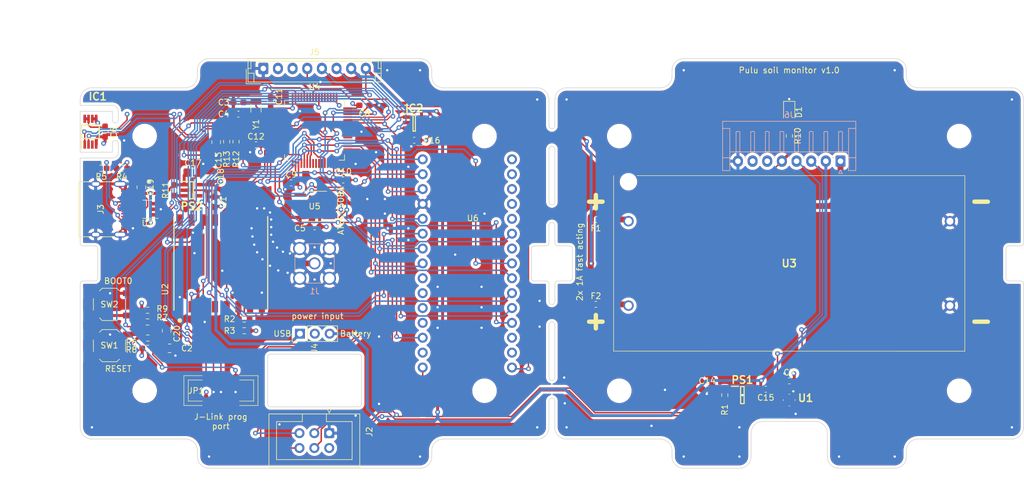
<source format=kicad_pcb>
(kicad_pcb (version 20210925) (generator pcbnew)
  (layers (0 "F.Cu" signal) (1 "In1.Cu" signal) (2 "In2.Cu" signal) (31 "B.Cu" signal) (34 "B.Paste" user) (35 "F.Paste" user) (36 "B.SilkS" user "B.Silkscreen") (37 "F.SilkS" user "F.Silkscreen") (38 "B.Mask" user) (39 "F.Mask" user) (44 "Edge.Cuts" user))
  (net 0 "")
  (net 1 "/IC2_MoistureSensor_SCL1")
  (net 2 "/IC2_MoistureSensor_SDA1")
  (net 3 "/LORA_DIO0")
  (net 4 "VCC")
  (net 5 "/LORA_DIO1")
  (net 6 "/Reset")
  (net 7 "GND")
  (net 8 "/D9")
  (net 9 "/SPI_LORA_NSS")
  (net 10 "Lora-Reset")
  (net 11 "/SPI_LORA_MOSI")
  (net 12 "/SPI_LORA_MISO")
  (net 13 "/SPI_LORA_SCK")
  (net 14 "/D0_TX")
  (net 15 "/D1_TX")
  (net 16 "/OSC32_IN")
  (net 17 "/OSC32_OUT")
  (net 18 "VBAT")
  (net 19 "Net-(F1-Pad2)")
  (net 20 "/IC2_MoistureSensor_SCL2")
  (net 21 "/IC2_MoistureSensor_SDA2")
  (net 22 "Net-(R7-Pad1)")
  (net 23 "/SWDIO")
  (net 24 "/SWCLK")
  (net 25 "/SWO")
  (net 29 "Net-(PS1-Pad3)")
  (net 31 "Net-(R2-Pad1)")
  (net 33 "Net-(J1-Pad1)")
  (net 37 "+5V")
  (net 38 "D+")
  (net 39 "Net-(J3-PadB5)")
  (net 41 "D-")
  (net 42 "Net-(J3-PadA5)")
  (net 44 "USB+")
  (net 45 "USB-")
  (net 50 "Net-(R6-Pad1)")
  (net 51 "Net-(D1-Pad2)")
  (net 52 "Net-(PS2-Pad3)")
  (net 54 "/battery")
  (net 55 "/usb3v3")
  (net 56 "Net-(F2-Pad2)")
  (net 57 "/boot0")
  (net 58 "/PA15")
  (net 59 "/bat_voltage")
  (net 71 "/LED")
  (footprint "Capacitor_SMD:C_0805_2012Metric_Pad1.18x1.45mm_HandSolder" (layer "F.Cu") (at 79.44 85 90)
    (fp_text reference "C19")
    (fp_text value "100nF")
  )
  (footprint "Package_TO_SOT_SMD:SOT-23-6" (layer "F.Cu") (at 80.5 88.75 180)
    (fp_text reference "U7")
    (fp_text value "USBLC6-2SC6")
  )
  (footprint "Capacitor_SMD:C_0603_1608Metric_Pad1.08x0.95mm_HandSolder" (layer "F.Cu") (at 73.25 75.5 90)
    (fp_text reference "C6")
    (fp_text value "100nF")
  )
  (footprint "Capacitor_SMD:C_0603_1608Metric_Pad1.08x0.95mm_HandSolder" (layer "F.Cu") (at 117.5 71 180)
    (fp_text reference "C8")
    (fp_text value "100nF")
  )
  (footprint "Connector_IDC:IDC-Header_2x03_P2.54mm_Vertical" (layer "F.Cu") (at 111.5 127 -90)
    (fp_text reference "J2")
    (fp_text value "Conn_02x03_Odd_Even")
  )
  (footprint "Resistor_SMD:R_0603_1608Metric_Pad0.98x0.95mm_HandSolder" (layer "F.Cu") (at 80.5 112.5)
    (fp_text reference "R8")
    (fp_text value "100k")
  )
  (footprint "Resistor_SMD:R_0603_1608Metric_Pad0.98x0.95mm_HandSolder" (layer "F.Cu") (at 80.5375 110.75)
    (fp_text reference "R6")
    (fp_text value "360R")
  )
  (footprint "MountingHole:MountingHole_3.2mm_M3" (layer "F.Cu") (at 161 76.25 90)
    (fp_text reference "REF**" hide)
    (fp_text value "MountingHole_3.2mm_M3" hide)
  )
  (footprint "20021521-00010T1LF:20021521-00010T1LF" (layer "F.Cu") (at 93.02 119.72)
    (fp_text reference "JP1")
    (fp_text value "20021521-00010T1LF")
  )
  (footprint "Connector_USB:USB_C_Receptacle_HRO_TYPE-C-31-M-12" (layer "F.Cu") (at 72.69 88.75 -90)
    (fp_text reference "J3")
    (fp_text value "USB_C_Receptacle_USB2.0")
  )
  (footprint "Resistor_SMD:R_0603_1608Metric_Pad0.98x0.95mm_HandSolder" (layer "F.Cu") (at 85 85.5 90)
    (fp_text reference "R11")
    (fp_text value "0R")
  )
  (footprint "Button_Switch_SMD:SW_SPST_TL3342" (layer "F.Cu") (at 74 105)
    (fp_text reference "SW2")
    (fp_text value "SW_Push")
  )
  (footprint "Resistor_SMD:R_0603_1608Metric_Pad0.98x0.95mm_HandSolder" (layer "F.Cu") (at 190.015 76.22 -90)
    (fp_text reference "R10")
    (fp_text value "360R")
  )
  (footprint "Resistor_SMD:R_0603_1608Metric_Pad0.98x0.95mm_HandSolder" (layer "F.Cu") (at 72.6025 81.75 180)
    (fp_text reference "R5")
    (fp_text value "5.1k")
  )
  (footprint "Crystal:Crystal_SMD_3215-2Pin_3.2x1.5mm" (layer "F.Cu") (at 99 71.5 90)
    (fp_text reference "Y1")
    (fp_text value "32.768")
  )
  (footprint "Fuse:Fuse_0603_1608Metric_Pad1.05x0.95mm_HandSolder" (layer "F.Cu") (at 157 90.5)
    (fp_text reference "F1")
    (fp_text value "Fuse")
  )
  (footprint "Module:ST-Nucleo-L432KC" (layer "F.Cu") (at 136 90.77)
    (fp_text reference "U6")
    (fp_text value "ST-Nucleo-L432KC")
  )
  (footprint "Button_Switch_SMD:SW_SPST_TL3342" (layer "F.Cu") (at 74 112.05)
    (fp_text reference "SW1")
    (fp_text value "SW_Push")
  )
  (footprint "TCN75AVUA713-VAO:SOP65P490X110-8N" (layer "F.Cu") (at 70.75 75.5 90)
    (fp_text reference "IC1")
    (fp_text value "TCN75AVUA713-VAO" hide)
  )
  (footprint "Resistor_SMD:R_0603_1608Metric_Pad0.98x0.95mm_HandSolder" (layer "F.Cu") (at 97 107.5)
    (fp_text reference "R2")
    (fp_text value "0R")
  )
  (footprint "Capacitor_SMD:C_0603_1608Metric_Pad1.08x0.95mm_HandSolder" (layer "F.Cu") (at 176 119.5)
    (fp_text reference "C14")
    (fp_text value "100nF")
  )
  (footprint "Resistor_SMD:R_0603_1608Metric_Pad0.98x0.95mm_HandSolder" (layer "F.Cu") (at 97 109.5 180)
    (fp_text reference "R3")
    (fp_text value "4.7KR")
  )
  (footprint "LTR-329ALS:LTR329ALS01" (layer "F.Cu") (at 190 121.06875 180)
    (fp_text reference "U1")
    (fp_text value "LTR-329ALS-01" hide)
  )
  (footprint "ATECC508A:ATECC508A-SSHDA-T" (layer "F.Cu") (at 109 88.25)
    (fp_text reference "U5")
    (fp_text value "ATECC508A")
  )
  (footprint "MountingHole:MountingHole_3.2mm_M3" (layer "F.Cu") (at 80 119.75 90)
    (fp_text reference "REF**" hide)
    (fp_text value "MountingHole_3.2mm_M3" hide)
  )
  (footprint "" (layer "F.Cu") (at 161 76.25)
    (fp_text reference "")
    (fp_text value "")
  )
  (footprint "Capacitor_SMD:C_0603_1608Metric_Pad1.08x0.95mm_HandSolder" (layer "F.Cu") (at 186 119.5 180)
    (fp_text reference "C15")
    (fp_text value "100nF")
  )
  (footprint "Connector_PinHeader_2.54mm:PinHeader_1x03_P2.54mm_Vertical" (layer "F.Cu") (at 106.5 110 90)
    (fp_text reference "J4")
    (fp_text value "Conn_01x03_Male")
  )
  (footprint "MountingHole:MountingHole_3.2mm_M3" (layer "F.Cu") (at 219 119.75 90)
    (fp_text reference "REF**" hide)
    (fp_text value "MountingHole_3.2mm_M3" hide)
  )
  (footprint "24AA64T-I_OT:SOT95P270X145-5N" (layer "F.Cu") (at 126 73.95)
    (fp_text reference "IC2")
    (fp_text value "24AA64T-I_OT" hide)
  )
  (footprint "Package_QFP:LQFP-64_10x10mm_P0.5mm" (layer "F.Cu") (at 109 75.25)
    (fp_text reference "U4")
    (fp_text value "STM32L476RGTx")
  )
  (footprint "MountingHole:MountingHole_3.2mm_M3" (layer "F.Cu") (at 138 119.75 90)
    (fp_text reference "REF**" hide)
    (fp_text value "MountingHole_3.2mm_M3" hide)
  )
  (footprint "logo's:VIVES_LOGO_10MM" (layer "F.Cu") (at 202 73)
    (fp_text reference "G***")
    (fp_text value "LOGO" hide)
  )
  (footprint "MountingHole:MountingHole_3.2mm_M3" (layer "F.Cu") (at 161 119.75 90)
    (fp_text reference "REF**" hide)
    (fp_text value "MountingHole_3.2mm_M3" hide)
  )
  (footprint "Resistor_SMD:R_0603_1608Metric_Pad0.98x0.95mm_HandSolder" (layer "F.Cu") (at 80.5 108)
    (fp_text reference "R7")
    (fp_text value "360R")
  )
  (footprint "Capacitor_SMD:C_0603_1608Metric_Pad1.08x0.95mm_HandSolder" (layer "F.Cu") (at 105 84.25)
    (fp_text reference "C9")
    (fp_text value "100nF")
  )
  (footprint "1013:1013" (layer "F.Cu") (at 190 98)
    (fp_text reference "U3")
    (fp_text value "1013" hide)
  )
  (footprint "Capacitor_SMD:C_0603_1608Metric_Pad1.08x0.95mm_HandSolder" (layer "F.Cu") (at 96 70.5 180)
    (fp_text reference "C3")
    (fp_text value "4pF")
  )
  (footprint "Capacitor_SMD:C_0805_2012Metric_Pad1.18x1.45mm_HandSolder" (layer "F.Cu") (at 92.2 77.2875 -90)
    (fp_text reference "C13")
    (fp_text value "100nF")
  )
  (footprint "Resistor_SMD:R_0603_1608Metric_Pad0.98x0.95mm_HandSolder" (layer "F.Cu") (at 94 77.2 -90)
    (fp_text reference "R13")
    (fp_text value "330k")
  )
  (footprint "Capacitor_SMD:C_0805_2012Metric_Pad1.18x1.45mm_HandSolder" (layer "F.Cu") (at 91.25 83.25 90)
    (fp_text reference "C18")
    (fp_text value "100nF")
  )
  (footprint "MountingHole:MountingHole_3.2mm_M3" (layer "F.Cu") (at 80 76.25 90)
    (fp_text reference "REF**" hide)
    (fp_text value "MountingHole_3.2mm_M3" hide)
  )
  (footprint "Resistor_SMD:R_0603_1608Metric_Pad0.98x0.95mm_HandSolder" (layer "F.Cu") (at 179 120.5 -90)
    (fp_text reference "R1")
    (fp_text value "0R")
  )
  (footprint "Resistor_SMD:R_0603_1608Metric_Pad0.98x0.95mm_HandSolder" (layer "F.Cu") (at 95.6 77.2 90)
    (fp_text reference "R12")
    (fp_text value "220k")
  )
  (footprint "Capacitor_SMD:C_0603_1608Metric_Pad1.08x0.95mm_HandSolder" (layer "F.Cu") (at 190 118.06875)
    (fp_text reference "C7")
    (fp_text value "100nF")
  )
  (footprint "S-1318B33:SOT95P275X130-5N" (layer "F.Cu") (at 182 120.5)
    (fp_text reference "PS1")
    (fp_text value "S-1318B33-M5T1U4" hide)
  )
  (footprint "Capacitor_SMD:C_0805_2012Metric_Pad1.18x1.45mm_HandSolder" (layer "F.Cu") (at 84.25 112.5)
    (fp_text reference "C2")
    (fp_text value "100nF")
  )
  (footprint "Capacitor_SMD:C_0603_1608Metric_Pad1.08x0.95mm_HandSolder" (layer "F.Cu") (at 96 72.5 180)
    (fp_text reference "C4")
    (fp_text value "4pF")
  )
  (footprint "Capacitor_SMD:C_0603_1608Metric_Pad1.08x0.95mm_HandSolder" (layer "F.Cu") (at 92 87.5 -90)
    (fp_text reference "C1")
    (fp_text value "100nF")
  )
  (footprint "MountingHole:MountingHole_3.2mm_M3" (layer "F.Cu") (at 138 76.25 90)
    (fp_text reference "REF**" hide)
    (fp_text value "MountingHole_3.2mm_M3" hide)
  )
  (footprint "Fuse:Fuse_0603_1608Metric_Pad1.05x0.95mm_HandSolder" (layer "F.Cu") (at 157 105)
    (fp_text reference "F2")
    (fp_text value "Fuse")
  )
  (footprint "Capacitor_SMD:C_0603_1608Metric_Pad1.08x0.95mm_HandSolder" (layer "F.Cu") (at 109 91.75)
    (fp_text reference "C5")
    (fp_text value "100nF")
  )
  (footprint "MountingHole:MountingHole_3.2mm_M3" (layer "F.Cu") (at 219 76.25 90)
    (fp_text reference "REF**" hide)
    (fp_text value "MountingHole_3.2mm_M3" hide)
  )
  (footprint "Capacitor_SMD:C_0805_2012Metric_Pad1.18x1.45mm_HandSolder" (layer "F.Cu") (at 88.25 82.5)
    (fp_text reference "C17")
    (fp_text value "100nF")
  )
  (footprint "LED_SMD:LED_0805_2012Metric_Pad1.15x1.40mm_HandSolder" (layer "F.Cu") (at 190 72.175 -90)
    (fp_text reference "D1")
    (fp_text value "LED")
  )
  (footprint "Resistor_SMD:R_0603_1608Metric_Pad0.98x0.95mm_HandSolder" (layer "F.Cu") (at 76.1025 81.75 180)
    (fp_text reference "R4")
    (fp_text value "5.1k")
  )
  (footprint "Capacitor_SMD:C_0805_2012Metric_Pad1.18x1.45mm_HandSolder" (layer "F.Cu") (at 83.75 109.5 -90)
    (fp_text reference "C20")
    (fp_text value "100nF")
  )
  (footprint "Connector_JST:JST_EH_B8B-EH-A_1x08_P2.50mm_Vertical" (layer "F.Cu") (at 100.25 64.7)
    (fp_text reference "J5")
    (fp_text value "Conn_01x08")
  )
  (footprint "Capacitor_SMD:C_0603_1608Metric_Pad1.08x0.95mm_HandSolder" (layer "F.Cu") (at 113.8875 83.75)
    (fp_text reference "C10")
    (fp_text value "100nF")
  )
  (footprint "Resistor_SMD:R_0603_1608Metric_Pad0.98x0.95mm_HandSolder" (layer "F.Cu") (at 80.5 106)
    (fp_text reference "R9")
    (fp_text value "100k")
  )
  (footprint "RFM95W-868S2:XCVR_RFM95W-868S2" (layer "F.Cu") (at 93 98 90)
    (fp_text reference "U2")
    (fp_text value "RFM95W-868S2")
  )
  (footprint "Capacitor_SMD:C_0603_1608Metric_Pad1.08x0.95mm_HandSolder" (layer "F.Cu") (at 126 76.95)
    (fp_text reference "C16")
    (fp_text value "100nF")
  )
  (footprint "S-1318B33:SOT95P275X130-5N" (layer "F.Cu") (at 88 85.5)
    (fp_text reference "PS2")
    (fp_text value "S-1318B33-M5T1U4" hide)
  )
  (footprint "Capacitor_SMD:C_0603_1608Metric_Pad1.08x0.95mm_HandSolder" (layer "F.Cu") (at 99 77.75)
    (fp_text reference "C12")
    (fp_text value "100nF")
  )
  (footprint "Capacitor_SMD:C_0603_1608Metric_Pad1.08x0.95mm_HandSolder" (layer "F.Cu") (at 101.5 70.5 -90)
    (fp_text reference "C11")
    (fp_text value "100nF")
  )
  (footprint "logo's:PULU_LOGO_10MM" (layer "F.Cu") (at 178.5 72)
    (fp_text reference "")
    (fp_text value "")
  )
  (footprint "Connector_JST:JST_EH_S8B-EH_1x08_P2.50mm_Horizontal" (layer "B.Cu") (at 198.75 80.5325 180)
    (fp_text reference "J6")
    (fp_text value "Conn_01x08")
  )
  (footprint "Connector_Coaxial:SMA_Amphenol_901-144_Vertical" (layer "B.Cu") (at 109 98)
    (fp_text reference "J1")
    (fp_text value "Conn_Coaxial")
  )
  (gr_arc (start 149.5 78.5) (end 150 78.5) (angle -180) (layer "Edge.Cuts") (width 0.1))
  (gr_line (start 117 122) (end 117 114) (layer "Edge.Cuts") (width 0.1))
  (gr_arc (start 181.5 131) (end 181.5 133) (angle -90) (layer "Edge.Cuts") (width 0.1))
  (gr_arc (start 149.5 91.5) (end 150 91.5) (angle -180) (layer "Edge.Cuts") (width 0.1))
  (gr_arc (start 168 66) (end 168 68) (angle -90) (layer "Edge.Cuts") (width 0.1))
  (gr_line (start 150 78.5) (end 150 87.5) (layer "Edge.Cuts") (width 0.1))
  (gr_line (start 170 66) (end 170 65) (layer "Edge.Cuts") (width 0.1))
  (gr_arc (start 91 131) (end 89 131) (angle -90) (layer "Edge.Cuts") (width 0.1))
  (gr_line (start 91 63) (end 127 63) (layer "Edge.Cuts") (width 0.1))
  (gr_arc (start 228 126) (end 228 128) (angle -90) (layer "Edge.Cuts") (width 0.1))
  (gr_line (start 212 68) (end 228 68) (layer "Edge.Cuts") (width 0.1))
  (gr_line (start 170 131) (end 170 130) (layer "Edge.Cuts") (width 0.1))
  (gr_arc (start 150.5 94.5) (end 150 94.5) (angle -90) (layer "Edge.Cuts") (width 0.1))
  (gr_line (start 183.5 131) (end 183.5 127) (layer "Edge.Cuts") (width 0.1))
  (gr_arc (start 75 73.5) (end 74.5 73.5) (angle -180) (layer "Edge.Cuts") (width 0.1))
  (gr_arc (start 185.5 127) (end 185.5 125) (angle -90) (layer "Edge.Cuts") (width 0.1))
  (gr_arc (start 212 130) (end 212 128) (angle -90) (layer "Edge.Cuts") (width 0.1))
  (gr_arc (start 198.5 131) (end 196.5 131) (angle -90) (layer "Edge.Cuts") (width 0.1))
  (gr_line (start 69 71) (end 69 70) (layer "Edge.Cuts") (width 0.1))
  (gr_arc (start 172 65) (end 172 63) (angle -90) (layer "Edge.Cuts") (width 0.1))
  (gr_arc (start 194.5 127) (end 196.5 127) (angle -90) (layer "Edge.Cuts") (width 0.1))
  (gr_line (start 69.5 95) (end 71.5 95) (layer "Edge.Cuts") (width 0.1))
  (gr_line (start 168 128) (end 152 128) (layer "Edge.Cuts") (width 0.1))
  (gr_arc (start 127 65) (end 129 65) (angle -90) (layer "Edge.Cuts") (width 0.1))
  (gr_arc (start 168 130) (end 170 130) (angle -90) (layer "Edge.Cuts") (width 0.1))
  (gr_line (start 74.5 72) (end 69 72) (layer "Edge.Cuts") (width 0.1))
  (gr_line (start 149 104.5) (end 149 101.5) (layer "Edge.Cuts") (width 0.1))
  (gr_line (start 152 68) (end 155 68) (layer "Edge.Cuts") (width 0.1))
  (gr_line (start 74.5 80) (end 69 80) (layer "Edge.Cuts") (width 0.1))
  (gr_arc (start 229.5 94.5) (end 230 94.5) (angle 90) (layer "Edge.Cuts") (width 0.1))
  (gr_arc (start 227.5 100.5) (end 227 100.5) (angle -90) (layer "Edge.Cuts") (width 0.1))
  (gr_line (start 101.5 122.5) (end 116.5 122.5) (layer "Edge.Cuts") (width 0.1))
  (gr_line (start 229.5 95) (end 228 95) (layer "Edge.Cuts") (width 0.1))
  (gr_line (start 146 95.5) (end 146 100.5) (layer "Edge.Cuts") (width 0.1))
  (gr_line (start 150 121.5) (end 150 126) (layer "Edge.Cuts") (width 0.1))
  (gr_line (start 230 101.5) (end 230 126) (layer "Edge.Cuts") (width 0.1))
  (gr_line (start 71 68) (end 74 68) (layer "Edge.Cuts") (width 0.1))
  (gr_arc (start 149.5 117.5) (end 149 117.5) (angle -180) (layer "Edge.Cuts") (width 0.1))
  (gr_line (start 228 95) (end 227.5 95) (layer "Edge.Cuts") (width 0.1))
  (gr_arc (start 148.5 94.5) (end 148.5 95) (angle -90) (layer "Edge.Cuts") (width 0.1))
  (gr_arc (start 149.5 74.5) (end 149 74.5) (angle -180) (layer "Edge.Cuts") (width 0.1))
  (gr_line (start 148.5 95) (end 147 95) (layer "Edge.Cuts") (width 0.1))
  (gr_arc (start 116.5 122) (end 117 122) (angle 90) (layer "Edge.Cuts") (width 0.1))
  (gr_line (start 72 95.5) (end 72 100.5) (layer "Edge.Cuts") (width 0.1))
  (gr_arc (start 71.5 95.5) (end 71.5 95) (angle 90) (layer "Edge.Cuts") (width 0.1))
  (gr_line (start 131 68) (end 147 68) (layer "Edge.Cuts") (width 0.1))
  (gr_line (start 185.5 125) (end 194.5 125) (layer "Edge.Cuts") (width 0.1))
  (gr_line (start 71.5 101) (end 69.5 101) (layer "Edge.Cuts") (width 0.1))
  (gr_arc (start 147 126) (end 147 128) (angle -90) (layer "Edge.Cuts") (width 0.1))
  (gr_arc (start 87 130) (end 89 130) (angle -90) (layer "Edge.Cuts") (width 0.1))
  (gr_line (start 74.5 79) (end 74.5 77.5) (layer "Edge.Cuts") (width 0.1))
  (gr_line (start 150 108.5) (end 150 117.5) (layer "Edge.Cuts") (width 0.1))
  (gr_arc (start 69.5 101.5) (end 69.5 101) (angle -90) (layer "Edge.Cuts") (width 0.1))
  (gr_line (start 149 126) (end 149 121.5) (layer "Edge.Cuts") (width 0.1))
  (gr_line (start 227 95.5) (end 227 100.5) (layer "Edge.Cuts") (width 0.1))
  (gr_arc (start 149.5 104.5) (end 149 104.5) (angle -180) (layer "Edge.Cuts") (width 0.1))
  (gr_arc (start 152.5 95.5) (end 153 95.5) (angle -90) (layer "Edge.Cuts") (width 0.1))
  (gr_arc (start 152.5 100.5) (end 152.5 101) (angle -90) (layer "Edge.Cuts") (width 0.1))
  (gr_line (start 228 128) (end 212 128) (layer "Edge.Cuts") (width 0.1))
  (gr_line (start 69 101.5) (end 69 126) (layer "Edge.Cuts") (width 0.1))
  (gr_line (start 87 128) (end 71 128) (layer "Edge.Cuts") (width 0.1))
  (gr_arc (start 147 70) (end 149 70) (angle -90) (layer "Edge.Cuts") (width 0.1))
  (gr_line (start 147 128) (end 131 128) (layer "Edge.Cuts") (width 0.1))
  (gr_line (start 210 65) (end 210 66) (layer "Edge.Cuts") (width 0.1))
  (gr_line (start 69 80) (end 69 94.5) (layer "Edge.Cuts") (width 0.1))
  (gr_arc (start 172 131) (end 170 131) (angle -90) (layer "Edge.Cuts") (width 0.1))
  (gr_arc (start 71 70) (end 71 68) (angle -90) (layer "Edge.Cuts") (width 0.1))
  (gr_arc (start 116.5 114) (end 116.5 113.5) (angle 90) (layer "Edge.Cuts") (width 0.1))
  (gr_line (start 196.5 127) (end 196.5 131) (layer "Edge.Cuts") (width 0.1))
  (gr_arc (start 74.5 72) (end 74.5 71) (angle 90) (layer "Edge.Cuts") (width 0.1))
  (gr_arc (start 148.5 101.5) (end 149 101.5) (angle -90) (layer "Edge.Cuts") (width 0.1))
  (gr_line (start 116.5 113.5) (end 101.5 113.5) (layer "Edge.Cuts") (width 0.1))
  (gr_arc (start 229.5 101.5) (end 229.5 101) (angle 90) (layer "Edge.Cuts") (width 0.1))
  (gr_line (start 101 114) (end 101 122) (layer "Edge.Cuts") (width 0.1))
  (gr_arc (start 131 66) (end 129 66) (angle -90) (layer "Edge.Cuts") (width 0.1))
  (gr_arc (start 127 131) (end 127 133) (angle -90) (layer "Edge.Cuts") (width 0.1))
  (gr_line (start 227.5 101) (end 229.5 101) (layer "Edge.Cuts") (width 0.1))
  (gr_line (start 129 130) (end 129 131) (layer "Edge.Cuts") (width 0.1))
  (gr_line (start 89 131) (end 89 130) (layer "Edge.Cuts") (width 0.1))
  (gr_arc (start 74.5 79) (end 75.5 79) (angle 90) (layer "Edge.Cuts") (width 0.1))
  (gr_arc (start 146.5 95.5) (end 146.5 95) (angle -90) (layer "Edge.Cuts") (width 0.1))
  (gr_line (start 149 117.5) (end 149 108.5) (layer "Edge.Cuts") (width 0.1))
  (gr_line (start 150 70) (end 150 74.5) (layer "Edge.Cuts") (width 0.1))
  (gr_arc (start 212 66) (end 210 66) (angle -90) (layer "Edge.Cuts") (width 0.1))
  (gr_line (start 172 133) (end 181.5 133) (layer "Edge.Cuts") (width 0.1))
  (gr_arc (start 146.5 100.5) (end 146 100.5) (angle -90) (layer "Edge.Cuts") (width 0.1))
  (gr_line (start 149 94.5) (end 149 91.5) (layer "Edge.Cuts") (width 0.1))
  (gr_line (start 149 74.5) (end 149 70) (layer "Edge.Cuts") (width 0.1))
  (gr_line (start 75.5 77.5) (end 75.5 79) (layer "Edge.Cuts") (width 0.1))
  (gr_line (start 146.5 101) (end 148.5 101) (layer "Edge.Cuts") (width 0.1))
  (gr_arc (start 150.5 101.5) (end 150.5 101) (angle -90) (layer "Edge.Cuts") (width 0.1))
  (gr_line (start 230 70) (end 230 94.5) (layer "Edge.Cuts") (width 0.1))
  (gr_line (start 69 72) (end 69 79) (layer "Edge.Cuts") (width 0.1))
  (gr_line (start 198.5 133) (end 208 133) (layer "Edge.Cuts") (width 0.1))
  (gr_arc (start 87 66) (end 87 68) (angle -90) (layer "Edge.Cuts") (width 0.1))
  (gr_arc (start 91 65) (end 91 63) (angle -90) (layer "Edge.Cuts") (width 0.1))
  (gr_line (start 150.5 95) (end 152.5 95) (layer "Edge.Cuts") (width 0.1))
  (gr_line (start 89 66) (end 89 65) (layer "Edge.Cuts") (width 0.1))
  (gr_arc (start 152 70) (end 152 68) (angle -90) (layer "Edge.Cuts") (width 0.1))
  (gr_line (start 150 91.5) (end 150 94.5) (layer "Edge.Cuts") (width 0.1))
  (gr_arc (start 75 77.5) (end 74.5 77.5) (angle 180) (layer "Edge.Cuts") (width 0.1))
  (gr_line (start 129 65) (end 129 66) (layer "Edge.Cuts") (width 0.1))
  (gr_line (start 127 133) (end 91 133) (layer "Edge.Cuts") (width 0.1))
  (gr_line (start 152.5 101) (end 150.5 101) (layer "Edge.Cuts") (width 0.1))
  (gr_arc (start 152 126) (end 150 126) (angle -90) (layer "Edge.Cuts") (width 0.1))
  (gr_arc (start 101.5 122) (end 101 122) (angle -90) (layer "Edge.Cuts") (width 0.1))
  (gr_arc (start 71.5 100.5) (end 72 100.5) (angle 90) (layer "Edge.Cuts") (width 0.1))
  (gr_arc (start 71 126) (end 69 126) (angle -90) (layer "Edge.Cuts") (width 0.1))
  (gr_line (start 210 130) (end 210 131) (layer "Edge.Cuts") (width 0.1))
  (gr_line (start 74 68) (end 87 68) (layer "Edge.Cuts") (width 0.1))
  (gr_arc (start 208 131) (end 208 133) (angle -90) (layer "Edge.Cuts") (width 0.1))
  (gr_arc (start 101.5 114) (end 101.5 113.5) (angle -90) (layer "Edge.Cuts") (width 0.1))
  (gr_arc (start 228 70) (end 230 70) (angle -90) (layer "Edge.Cuts") (width 0.1))
  (gr_line (start 150 101.5) (end 150 104.5) (layer "Edge.Cuts") (width 0.1))
  (gr_line (start 153 95.5) (end 153 100.5) (layer "Edge.Cuts") (width 0.1))
  (gr_arc (start 208 65) (end 210 65) (angle -90) (layer "Edge.Cuts") (width 0.1))
  (gr_arc (start 149.5 108.5) (end 150 108.5) (angle -180) (layer "Edge.Cuts") (width 0.1))
  (gr_arc (start 131 130) (end 131 128) (angle -90) (layer "Edge.Cuts") (width 0.1))
  (gr_line (start 74.5 73.5) (end 74.5 72) (layer "Edge.Cuts") (width 0.1))
  (gr_arc (start 149.5 87.5) (end 149 87.5) (angle -180) (layer "Edge.Cuts") (width 0.1))
  (gr_line (start 147 95) (end 146.5 95) (layer "Edge.Cuts") (width 0.1))
  (gr_line (start 69 79) (end 74.5 79) (layer "Edge.Cuts") (width 0.1))
  (gr_line (start 172 63) (end 208 63) (layer "Edge.Cuts") (width 0.1))
  (gr_line (start 69 71) (end 74.5 71) (layer "Edge.Cuts") (width 0.1))
  (gr_arc (start 149.5 121.5) (end 150 121.5) (angle -180) (layer "Edge.Cuts") (width 0.1))
  (gr_line (start 155 68) (end 168 68) (layer "Edge.Cuts") (width 0.1))
  (gr_arc (start 227.5 95.5) (end 227.5 95) (angle -90) (layer "Edge.Cuts") (width 0.1))
  (gr_arc (start 69.5 94.5) (end 69 94.5) (angle -90) (layer "Edge.Cuts") (width 0.1))
  (gr_line (start 149 87.5) (end 149 78.5) (layer "Edge.Cuts") (width 0.1))
  (gr_line (start 75.5 72) (end 75.5 73.5) (layer "Edge.Cuts") (width 0.1))
  (gr_text "-\n" (at 222.75 87.25) (layer "F.SilkS") (effects (font (size 3 3) (thickness 0.75))))
  (gr_text "Battery" (at 116 110) (layer "F.SilkS") (effects (font (size 1 1))))
  (gr_text "Pulu soil monitor v1.0" (at 190 65) (layer "F.SilkS") (effects (font (size 1 1))))
  (gr_text "RESET" (at 75.5 116) (layer "F.SilkS") (effects (font (size 1 1))))
  (gr_text "+" (at 157 87.25) (layer "F.SilkS") (effects (font (size 3 3) (thickness 0.75))))
  (gr_text "J-Link prog\nport" (at 93 125) (layer "F.SilkS") (effects (font (size 1 1))))
  (gr_text "-\n" (at 222.75 107.75) (layer "F.SilkS") (effects (font (size 3 3) (thickness 0.75))))
  (gr_text "USB" (at 103.5 110) (layer "F.SilkS") (effects (font (size 1 1))))
  (gr_text "power input" (at 109.5 107) (layer "F.SilkS") (effects (font (size 1 1))))
  (gr_text "+" (at 157 107.75) (layer "F.SilkS") (effects (font (size 3 3) (thickness 0.75))))
  (gr_text "2x 1A fast acting" (at 154.25 97.75 90) (layer "F.SilkS") (effects (font (size 1 1))))
  (gr_text "BOOT0" (at 75.5 101) (layer "F.SilkS") (effects (font (size 1 1))))
  (segment (start 88.864282 76) (end 90.313803 74.55048) (width 0.25) (layer "F.Cu") (net 1))
  (segment (start 121.525875 123.425989) (end 121.551 123.451114) (width 0.25) (layer "F.Cu") (net 1))
  (segment (start 188.792772 124) (end 156.700001 124) (width 0.25) (layer "F.Cu") (net 1))
  (segment (start 192.106454 109.306454) (end 192.2 109.4) (width 0.25) (layer "F.Cu") (net 1))
  (segment (start 109.060332 74.4) (end 106.714282 74.4) (width 0.25) (layer "F.Cu") (net 1))
  (segment (start 192.2 109.4) (end 192.2 120.41875) (width 0.25) (layer "F.Cu") (net 1))
  (segment (start 70.425 76.2995) (end 70.425 77.7) (width 0.25) (layer "F.Cu") (net 1))
  (segment (start 110.8 75.626477) (end 110.286809 75.626477) (width 0.25) (layer "F.Cu") (net 1))
  (segment (start 190.6 122.192772) (end 188.792772 124) (width 0.25) (layer "F.Cu") (net 1))
  (segment (start 110.8 72.2755) (end 110.8 75.626477) (width 0.25) (layer "F.Cu") (net 1))
  (segment (start 99.186198 74.55048) (end 99.635718 75) (width 0.25) (layer "F.Cu") (net 1))
  (segment (start 70.5 76.2245) (end 70.425 76.2995) (width 0.25) (layer "F.Cu") (net 1))
  (segment (start 190.6 122.01875) (end 190.6 122.192772) (width 0.25) (layer "F.Cu") (net 1))
  (segment (start 110.794382 125.05048) (end 118.44952 125.05048) (width 0.25) (layer "F.Cu") (net 1))
  (segment (start 108.96 126.884862) (end 110.794382 125.05048) (width 0.25) (layer "F.Cu") (net 1))
  (segment (start 86 72.5) (end 86 74.864282) (width 0.25) (layer "F.Cu") (net 1))
  (segment (start 113.415 88.885) (end 111.4638 88.885) (width 0.25) (layer "F.Cu") (net 1))
  (segment (start 106.114282 75) (end 103.325 75) (width 0.25) (layer "F.Cu") (net 1))
  (segment (start 142.785718 124.6) (end 122.699886 124.6) (width 0.25) (layer "F.Cu") (net 1))
  (segment (start 90.313803 74.55048) (end 99.186198 74.55048) (width 0.25) (layer "F.Cu") (net 1))
  (segment (start 118.44952 125.05048) (end 120.074011 123.425989) (width 0.25) (layer "F.Cu") (net 1))
  (segment (start 110.286809 75.626477) (end 109.060332 74.4) (width 0.25) (layer "F.Cu") (net 1))
  (segment (start 113.5 88.8) (end 113.415 88.885) (width 0.25) (layer "F.Cu") (net 1))
  (segment (start 87.135718 76) (end 88.864282 76) (width 0.25) (layer "F.Cu") (net 1))
  (segment (start 122.699886 124.6) (end 121.551 123.451114) (width 0.25) (layer "F.Cu") (net 1))
  (segment (start 108.96 127) (end 108.96 126.884862) (width 0.25) (layer "F.Cu") (net 1))
  (segment (start 123.8 73) (end 123.4 73.4) (width 0.25) (layer "F.Cu") (net 1))
  (segment (start 106.714282 74.4) (end 106.114282 75) (width 0.25) (layer "F.Cu") (net 1))
  (segment (start 99.635718 75) (end 103.325 75) (width 0.25) (layer "F.Cu") (net 1))
  (segment (start 124.75 73) (end 123.8 73) (width 0.25) (layer "F.Cu") (net 1))
  (segment (start 147.636198 119.74952) (end 142.785718 124.6) (width 0.25) (layer "F.Cu") (net 1))
  (segment (start 156.700001 124) (end 152.449521 119.74952) (width 0.25) (layer "F.Cu") (net 1))
  (segment (start 86 74.864282) (end 87.135718 76) (width 0.25) (layer "F.Cu") (net 1))
  (segment (start 121.551 123.451114) (end 121.551 94.7355) (width 0.25) (layer "F.Cu") (net 1))
  (segment (start 120.074011 123.425989) (end 121.525875 123.425989) (width 0.25) (layer "F.Cu") (net 1))
  (segment (start 152.449521 119.74952) (end 147.636198 119.74952) (width 0.25) (layer "F.Cu") (net 1))
  (segment (start 192.2 120.41875) (end 190.6 122.01875) (width 0.25) (layer "F.Cu") (net 1))
  (via (at 70.5 76.2245) (size 0.8) (drill 0.4) (layers "F.Cu" "B.Cu") (net 1))
  (via (at 110.8 72.2755) (size 0.8) (drill 0.4) (layers "F.Cu" "B.Cu") (net 1))
  (via (at 110.8 75.626477) (size 0.8) (drill 0.4) (layers "F.Cu" "B.Cu") (net 1))
  (via (at 113.5 88.8) (size 0.8) (drill 0.4) (layers "F.Cu" "B.Cu") (net 1))
  (via (at 192.106454 109.306454) (size 0.8) (drill 0.4) (layers "F.Cu" "B.Cu") (net 1))
  (via (at 86 72.5) (size 0.8) (drill 0.4) (layers "F.Cu" "B.Cu") (net 1))
  (via (at 121.551 94.7355) (size 0.8) (drill 0.4) (layers "F.Cu" "B.Cu") (net 1))
  (via (at 123.4 73.4) (size 0.8) (drill 0.4) (layers "F.Cu" "B.Cu") (net 1))
  (segment (start 71.935832 76.2245) (end 72.660332 75.5) (width 0.25) (layer "B.Cu") (net 1))
  (segment (start 121.551 94.7355) (end 118.7355 94.7355) (width 0.25) (layer "B.Cu") (net 1))
  (segment (start 116.8 71.8) (end 120 75) (width 0.25) (layer "B.Cu") (net 1))
  (segment (start 191.25 80.5325) (end 191.375 80.5325) (width 0.25) (layer "B.Cu") (net 1))
  (segment (start 118.7355 94.7355) (end 113.5 89.5) (width 0.25) (layer "B.Cu") (net 1))
  (segment (start 118.700348 67.14856) (end 112.69856 67.14856) (width 0.25) (layer "B.Cu") (net 1))
  (segment (start 123.4 71.848212) (end 118.700348 67.14856) (width 0.25) (layer "B.Cu") (net 1))
  (segment (start 126.24899 95) (end 126.963501 94.285489) (width 0.25) (layer "B.Cu") (net 1))
  (segment (start 113.5 88.8) (end 113.5 86.274614) (width 0.25) (layer "B.Cu") (net 1))
  (segment (start 195.22596 86.6) (end 195.22596 106.57404) (width 0.25) (layer "B.Cu") (net 1))
  (segment (start 110.8 78.836913) (end 110.8 75.626477) (width 0.25) (layer "B.Cu") (net 1))
  (segment (start 111.524511 71.550989) (end 112.500103 71.550989) (width 0.25) (layer "B.Cu") (net 1))
  (segment (start 120 75) (end 121.8 75) (width 0.25) (layer "B.Cu") (net 1))
  (segment (start 70.5 76.2245) (end 71.935832 76.2245) (width 0.25) (layer "B.Cu") (net 1))
  (segment (start 110 79.636913) (end 110.8 78.836913) (width 0.25) (layer "B.Cu") (net 1))
  (segment (start 141.324511 94.285489) (end 142.69 92.92) (width 0.25) (layer "B.Cu") (net 1))
  (segment (start 113.5 89.5) (end 113.5 88.8) (width 0.25) (layer "B.Cu") (net 1))
  (segment (start 195.22596 106.57404) (end 192.4 109.4) (width 0.25) (layer "B.Cu") (net 1))
  (segment (start 126.963501 94.285489) (end 141.324511 94.285489) (width 0.25) (layer "B.Cu") (net 1))
  (segment (start 121.8155 95) (end 126.24899 95) (width 0.25) (layer "B.Cu") (net 1))
  (segment (start 191.375 80.5325) (end 195.22596 84.38346) (width 0.25) (layer "B.Cu") (net 1))
  (segment (start 121.551 94.7355) (end 121.8155 95) (width 0.25) (layer "B.Cu") (net 1))
  (segment (start 72.660332 75.5) (end 76.410332 75.5) (width 0.25) (layer "B.Cu") (net 1))
  (segment (start 123.4 73.4) (end 123.4 71.848212) (width 0.25) (layer "B.Cu") (net 1))
  (segment (start 110.8 72.2755) (end 111.524511 71.550989) (width 0.25) (layer "B.Cu") (net 1))
  (segment (start 86 72.524614) (end 86 72.5) (width 0.25) (layer "B.Cu") (net 1))
  (segment (start 112.500103 71.550989) (end 112.749114 71.8) (width 0.25) (layer "B.Cu") (net 1))
  (segment (start 112.749114 71.8) (end 116.8 71.8) (width 0.25) (layer "B.Cu") (net 1))
  (segment (start 85.300103 73.224511) (end 86 72.524614) (width 0.25) (layer "B.Cu") (net 1))
  (segment (start 195.22596 84.38346) (end 195.22596 86.6) (width 0.25) (layer "B.Cu") (net 1))
  (segment (start 78.685821 73.224511) (end 85.300103 73.224511) (width 0.25) (layer "B.Cu") (net 1))
  (segment (start 121.8 75) (end 123.4 73.4) (width 0.25) (layer "B.Cu") (net 1))
  (segment (start 112.69856 67.14856) (end 110.25 64.7) (width 0.25) (layer "B.Cu") (net 1))
  (segment (start 192.2 109.4) (end 192.106454 109.306454) (width 0.25) (layer "B.Cu") (net 1))
  (segment (start 113.5 86.274614) (end 110 82.774614) (width 0.25) (layer "B.Cu") (net 1))
  (segment (start 192.4 109.4) (end 192.2 109.4) (width 0.25) (layer "B.Cu") (net 1))
  (segment (start 76.410332 75.5) (end 78.685821 73.224511) (width 0.25) (layer "B.Cu") (net 1))
  (segment (start 110 82.774614) (end 110 79.636913) (width 0.25) (layer "B.Cu") (net 1))
  (segment (start 188 120.61875) (end 189.4 122.01875) (width 0.25) (layer "F.Cu") (net 2))
  (segment (start 85 72.5) (end 85 74.5) (width 0.25) (layer "F.Cu") (net 2))
  (segment (start 123 123.8755) (end 123.27498 124.15048) (width 0.25) (layer "F.Cu") (net 2))
  (segment (start 89.05048 76.44952) (end 90.5 75) (width 0.25) (layer "F.Cu") (net 2))
  (segment (start 122.2755 123.151) (end 123 123.8755) (width 0.25) (layer "F.Cu") (net 2))
  (segment (start 122.2755 94) (end 122.2755 123.151) (width 0.25) (layer "F.Cu") (net 2))
  (segment (start 127.45 115.78) (end 127.45 123.55) (width 0.25) (layer "F.Cu") (net 2))
  (segment (start 106.25 75.5) (end 103.325 75.5) (width 0.25) (layer "F.Cu") (net 2))
  (segment (start 69.775 75.5745) (end 69.775 77.7) (width 0.25) (layer "F.Cu") (net 2))
  (segment (start 124.75 74.9) (end 123.5 74.9) (width 0.25) (layer "F.Cu") (net 2))
  (segment (start 110.375591 76.350977) (end 108.874134 74.84952) (width 0.25) (layer "F.Cu") (net 2))
  (segment (start 110.98058 125.5) (end 110.134511 126.346069) (width 0.25) (layer "F.Cu") (net 2))
  (segment (start 99 75) (end 99.5 75.5) (width 0.25) (layer "F.Cu") (net 2))
  (segment (start 156.835718 123.5) (end 187.91875 123.5) (width 0.25) (layer "F.Cu") (net 2))
  (segment (start 110.134511 126.346069) (end 110.134511 128.365489) (width 0.25) (layer "F.Cu") (net 2))
  (segment (start 152.635718 119.3) (end 156.835718 123.5) (width 0.25) (layer "F.Cu") (net 2))
  (segment (start 126.84952 124.15048) (end 127.45 123.55) (width 0.25) (layer "F.Cu") (net 2))
  (segment (start 90.5 75) (end 99 75) (width 0.25) (layer "F.Cu") (net 2))
  (segment (start 112.774889 75.800994) (end 112.224906 76.350977) (width 0.25) (layer "F.Cu") (net 2))
  (segment (start 112.8 75.800994) (end 112.2 75.200994) (width 0.25) (layer "F.Cu") (net 2))
  (segment (start 86.94952 76.44952) (end 89.05048 76.44952) (width 0.25) (layer "F.Cu") (net 2))
  (segment (start 118.635718 125.5) (end 110.98058 125.5) (width 0.25) (layer "F.Cu") (net 2))
  (segment (start 142.59952 124.15048) (end 147.45 119.3) (width 0.25) (layer "F.Cu") (net 2))
  (segment (start 113.188738 90.155) (end 111.4638 90.155) (width 0.25) (layer "F.Cu") (net 2))
  (segment (start 69.7005 75.5) (end 69.775 75.5745) (width 0.25) (layer "F.Cu") (net 2))
  (segment (start 128.05048 124.15048) (end 142.59952 124.15048) (width 0.25) (layer "F.Cu") (net 2))
  (segment (start 147.45 119.3) (end 152.635718 119.3) (width 0.25) (layer "F.Cu") (net 2))
  (segment (start 108.874134 74.84952) (end 106.90048 74.84952) (width 0.25) (layer "F.Cu") (net 2))
  (segment (start 127.45 123.55) (end 128.05048 124.15048) (width 0.25) (layer "F.Cu") (net 2))
  (segment (start 99.5 75.5) (end 103.325 75.5) (width 0.25) (layer "F.Cu") (net 2))
  (segment (start 123.27498 124.15048) (end 126.84952 124.15048) (width 0.25) (layer "F.Cu") (net 2))
  (segment (start 112.8 75.800994) (end 112.774889 75.800994) (width 0.25) (layer "F.Cu") (net 2))
  (segment (start 114.5 88.843738) (end 113.188738 90.155) (width 0.25) (layer "F.Cu") (net 2))
  (segment (start 110.134511 128.365489) (end 108.96 129.54) (width 0.25) (layer "F.Cu") (net 2))
  (segment (start 188 113.4) (end 188 120.61875) (width 0.25) (layer "F.Cu") (net 2))
  (segment (start 123.5 74.9) (end 123.4 74.8) (width 0.25) (layer "F.Cu") (net 2))
  (segment (start 187.91875 123.5) (end 189.4 122.01875) (width 0.25) (layer "F.Cu") (net 2))
  (segment (start 120.5 124.1505) (end 119.985218 124.1505) (width 0.25) (layer "F.Cu") (net 2))
  (segment (start 106.90048 74.84952) (end 106.25 75.5) (width 0.25) (layer "F.Cu") (net 2))
  (segment (start 112.2 75.200994) (end 112.2 72.2755) (width 0.25) (layer "F.Cu") (net 2))
  (segment (start 85 74.5) (end 86.94952 76.44952) (width 0.25) (layer "F.Cu") (net 2))
  (segment (start 119.985218 124.1505) (end 118.635718 125.5) (width 0.25) (layer "F.Cu") (net 2))
  (segment (start 112.224906 76.350977) (end 110.375591 76.350977) (width 0.25) (layer "F.Cu") (net 2))
  (via (at 114.5 88.843738) (size 0.8) (drill 0.4) (layers "F.Cu" "B.Cu") (net 2))
  (via (at 120.5 124.1505) (size 0.8) (drill 0.4) (layers "F.Cu" "B.Cu") (net 2))
  (via (at 123.4 74.8) (size 0.8) (drill 0.4) (layers "F.Cu" "B.Cu") (net 2))
  (via (at 112.2 72.2755) (size 0.8) (drill 0.4) (layers "F.Cu" "B.Cu") (net 2))
  (via (at 85 72.5) (size 0.8) (drill 0.4) (layers "F.Cu" "B.Cu") (net 2))
  (via (at 188 113.4) (size 0.8) (drill 0.4) (layers "F.Cu" "B.Cu") (net 2))
  (via (at 123 123.8755) (size 0.8) (drill 0.4) (layers "F.Cu" "B.Cu") (net 2))
  (via (at 122.2755 94) (size 0.8) (drill 0.4) (layers "F.Cu" "B.Cu") (net 2))
  (via (at 112.8 75.800994) (size 0.8) (drill 0.4) (layers "F.Cu" "B.Cu") (net 2))
  (via (at 69.7005 75.5) (size 0.8) (drill 0.4) (layers "F.Cu" "B.Cu") (net 2))
  (segment (start 124.6 73.6) (end 124.6 72.412494) (width 0.25) (layer "B.Cu") (net 2))
  (segment (start 120.5 124.1505) (end 122.725 124.1505) (width 0.25) (layer "B.Cu") (net 2))
  (segment (start 114.5 88.843738) (end 114.5 86.638896) (width 0.25) (layer "B.Cu") (net 2))
  (segment (start 75.94952 75.05048) (end 78.5 72.5) (width 0.25) (layer "B.Cu") (net 2))
  (segment (start 116.639782 72.2755) (end 112.2 72.2755) (width 0.25) (layer "B.Cu") (net 2))
  (segment (start 69.7005 75.5) (end 70.800114 75.5) (width 0.25) (layer "B.Cu") (net 2))
  (segment (start 120.975906 94.28598) (end 118.921698 94.28598) (width 0.25) (layer "B.Cu") (net 2))
  (segment (start 110.44952 79.823111) (end 111.24952 79.023111) (width 0.25) (layer "B.Cu") (net 2))
  (segment (start 71.075094 75.77498) (end 71.749634 75.77498) (width 0.25) (layer "B.Cu") (net 2))
  (segment (start 114.5 89.864282) (end 114.5 88.843738) (width 0.25) (layer "B.Cu") (net 2))
  (segment (start 72.474135 75.05048) (end 75.94952 75.05048) (width 0.25) (layer "B.Cu") (net 2))
  (segment (start 123.4 74.8) (end 124.6 73.6) (width 0.25) (layer "B.Cu") (net 2))
  (segment (start 110.44952 82.588416) (end 110.44952 79.823111) (width 0.25) (layer "B.Cu") (net 2))
  (segment (start 124.6 72.412494) (end 118.886546 66.69904) (width 0.25) (layer "B.Cu") (net 2))
  (segment (start 118.921698 94.28598) (end 114.5 89.864282) (width 0.25) (layer "B.Cu") (net 2))
  (segment (start 112.525008 76.075986) (end 112.8 75.800994) (width 0.25) (layer "B.Cu") (net 2))
  (segment (start 114.74904 66.69904) (end 112.75 64.7) (width 0.25) (layer "B.Cu") (net 2))
  (segment (start 121.261886 94) (end 120.975906 94.28598) (width 0.25) (layer "B.Cu") (net 2))
  (segment (start 71.749634 75.77498) (end 72.474135 75.05048) (width 0.25) (layer "B.Cu") (net 2))
  (segment (start 111.24952 79.023111) (end 111.24952 77.326363) (width 0.25) (layer "B.Cu") (net 2))
  (segment (start 123.4 74.8) (end 122.75048 75.44952) (width 0.25) (layer "B.Cu") (net 2))
  (segment (start 78.5 72.5) (end 85 72.5) (width 0.25) (layer "B.Cu") (net 2))
  (segment (start 188 113.4) (end 189.037506 113.4) (width 0.25) (layer "B.Cu") (net 2))
  (segment (start 111.24952 77.326363) (end 112.499897 76.075986) (width 0.25) (layer "B.Cu") (net 2))
  (segment (start 118.886546 66.69904) (end 114.74904 66.69904) (width 0.25) (layer "B.Cu") (net 2))
  (segment (start 195.67548 82.45798) (end 193.75 80.5325) (width 0.25) (layer "B.Cu") (net 2))
  (segment (start 119.813802 75.44952) (end 116.639782 72.2755) (width 0.25) (layer "B.Cu") (net 2))
  (segment (start 195.67548 106.762026) (end 195.67548 82.45798) (width 0.25) (layer "B.Cu") (net 2))
  (segment (start 112.499897 76.075986) (end 112.525008 76.075986) (width 0.25) (layer "B.Cu") (net 2))
  (segment (start 114.5 86.638896) (end 110.44952 82.588416) (width 0.25) (layer "B.Cu") (net 2))
  (segment (start 70.800114 75.5) (end 71.075094 75.77498) (width 0.25) (layer "B.Cu") (net 2))
  (segment (start 189.037506 113.4) (end 195.67548 106.762026) (width 0.25) (layer "B.Cu") (net 2))
  (segment (start 122.75048 75.44952) (end 119.813802 75.44952) (width 0.25) (layer "B.Cu") (net 2))
  (segment (start 122.2755 94) (end 121.261886 94) (width 0.25) (layer "B.Cu") (net 2))
  (segment (start 122.725 124.1505) (end 123 123.8755) (width 0.25) (layer "B.Cu") (net 2))
  (segment (start 87.649606 94.375008) (end 90 92.024614) (width 0.25) (layer "F.Cu") (net 3))
  (segment (start 123.7245 76.938549) (end 120.960452 74.174501) (width 0.25) (layer "F.Cu") (net 3))
  (segment (start 120 74) (end 120.785951 74) (width 0.25) (layer "F.Cu") (net 3))
  (segment (start 120.785951 74) (end 120.960452 74.174501) (width 0.25) (layer "F.Cu") (net 3))
  (segment (start 123.7245 107) (end 123.7245 76.938549) (width 0.25) (layer "F.Cu") (net 3))
  (segment (start 83.875008 94.375008) (end 87.649606 94.375008) (width 0.25) (layer "F.Cu") (net 3))
  (segment (start 90 92.024614) (end 90 90.6) (width 0.25) (layer "F.Cu") (net 3))
  (segment (start 120 74) (end 114.675 74) (width 0.25) (layer "F.Cu") (net 3))
  (via (at 83.875008 94.375008) (size 0.8) (drill 0.4) (layers "F.Cu" "B.Cu") (net 3))
  (via (at 120.960452 74.174501) (size 0.8) (drill 0.4) (layers "F.Cu" "B.Cu") (net 3))
  (via (at 123.7245 107) (size 0.8) (drill 0.4) (layers "F.Cu" "B.Cu") (net 3))
  (segment (start 123.739011 106.985489) (end 123.7245 107) (width 0.25) (layer "B.Cu") (net 3))
  (segment (start 87.44952 77.436198) (end 87.44952 90.071916) (width 0.25) (layer "B.Cu") (net 3))
  (segment (start 141.324511 106.985489) (end 127.514511 106.985489) (width 0.25) (layer "B.Cu") (net 3))
  (segment (start 87.44952 90.071916) (end 83.875008 93.646428) (width 0.25) (layer "B.Cu") (net 3))
  (segment (start 83.875008 93.646428) (end 83.875008 94.375008) (width 0.25) (layer "B.Cu") (net 3))
  (segment (start 117.426929 69.426929) (end 93.458789 69.426929) (width 0.25) (layer "B.Cu") (net 3))
  (segment (start 142.69 105.62) (end 141.324511 106.985489) (width 0.25) (layer "B.Cu") (net 3))
  (segment (start 120.960452 72.960452) (end 117.426929 69.426929) (width 0.25) (layer "B.Cu") (net 3))
  (segment (start 93.458789 69.426929) (end 89.44952 73.436198) (width 0.25) (layer "B.Cu") (net 3))
  (segment (start 127.514511 106.985489) (end 123.739011 106.985489) (width 0.25) (layer "B.Cu") (net 3))
  (segment (start 120.960452 74.174501) (end 120.960452 72.960452) (width 0.25) (layer "B.Cu") (net 3))
  (segment (start 89.44952 75.436198) (end 87.44952 77.436198) (width 0.25) (layer "B.Cu") (net 3))
  (segment (start 89.44952 73.436198) (end 89.44952 75.436198) (width 0.25) (layer "B.Cu") (net 3))
  (segment (start 128.5 75.2) (end 128.5 76.45) (width 0.25) (layer "F.Cu") (net 4))
  (segment (start 116.1375 71.5) (end 116.6375 71) (width 0.25) (layer "F.Cu") (net 4))
  (segment (start 90.48 121.5) (end 90.48 120.01) (width 0.5) (layer "F.Cu") (net 4))
  (segment (start 70.425 73.3) (end 70.425 74.361715) (width 0.25) (layer "F.Cu") (net 4))
  (segment (start 127.25 74.9) (end 128.2 74.9) (width 0.25) (layer "F.Cu") (net 4))
  (segment (start 105.8625 84.25) (end 106.25 83.8625) (width 0.25) (layer "F.Cu") (net 4))
  (segment (start 101.6375 71.5) (end 101.5 71.3625) (width 0.25) (layer "F.Cu") (net 4))
  (segment (start 114.75 83.75) (end 113.75 82.75) (width 0.25) (layer "F.Cu") (net 4))
  (segment (start 109.8625 91.75) (end 109.8625 87.047278) (width 0.5) (layer "F.Cu") (net 4))
  (segment (start 115.5 70.67402) (end 115.82598 71) (width 0.25) (layer "F.Cu") (net 4))
  (segment (start 99.75 79) (end 99.8625 78.8875) (width 0.25) (layer "F.Cu") (net 4))
  (segment (start 100.1125 77.5) (end 103.325 77.5) (width 0.25) (layer "F.Cu") (net 4))
  (segment (start 128 76.95) (end 126.8625 76.95) (width 0.25) (layer "F.Cu") (net 4))
  (segment (start 109.8625 87.047278) (end 110.564778 86.345) (width 0.5) (layer "F.Cu") (net 4))
  (segment (start 69.775 73.3) (end 70.400489 73.3) (width 0.5) (layer "F.Cu") (net 4))
  (segment (start 93 88.25) (end 92.1125 88.25) (width 0.5) (layer "F.Cu") (net 4))
  (segment (start 70.425 74.361715) (end 70.787796 74.724511) (width 0.25) (layer "F.Cu") (net 4))
  (segment (start 190.8 116.8) (end 190.8625 116.8625) (width 0.5) (layer "F.Cu") (net 4))
  (segment (start 106.25 83.8625) (end 106.25 80.925) (width 0.25) (layer "F.Cu") (net 4))
  (segment (start 190.6 120.66875) (end 190.6 118.33125) (width 0.5) (layer "F.Cu") (net 4))
  (segment (start 79.5875 112.5) (end 79.5875 113.6625) (width 0.5) (layer "F.Cu") (net 4))
  (segment (start 99.8625 77.75) (end 100.1125 77.5) (width 0.25) (layer "F.Cu") (net 4))
  (segment (start 128.2 74.9) (end 128.5 75.2) (width 0.25) (layer "F.Cu") (net 4))
  (segment (start 128 77) (end 126.9125 77) (width 0.25) (layer "F.Cu") (net 4))
  (segment (start 113 82.75) (end 112.75 82.5) (width 0.25) (layer "F.Cu") (net 4))
  (segment (start 113.75 82.75) (end 113 82.75) (width 0.25) (layer "F.Cu") (net 4))
  (segment (start 126.9125 77) (end 126.8625 76.95) (width 0.25) (layer "F.Cu") (net 4))
  (segment (start 73.6125 75) (end 73.25 74.6375) (width 0.25) (layer "F.Cu") (net 4))
  (segment (start 77 72.5) (end 77 73.5) (width 0.25) (layer "F.Cu") (net 4))
  (segment (start 105.8625 84.25) (end 105.8625 84.3625) (width 0.25) (layer "F.Cu") (net 4))
  (segment (start 90.48 120.01) (end 90.52 119.97) (width 0.5) (layer "F.Cu") (net 4))
  (segment (start 112.75 82.5) (end 112.75 80.925) (width 0.25) (layer "F.Cu") (net 4))
  (segment (start 99.8625 78.8875) (end 99.8625 77.75) (width 0.25) (layer "F.Cu") (net 4))
  (segment (start 114.675 71.5) (end 116.1375 71.5) (width 0.25) (layer "F.Cu") (net 4))
  (segment (start 105.237701 71.5) (end 103.325 71.5) (width 0.25) (layer "F.Cu") (net 4))
  (segment (start 92.1125 88.25) (end 92 88.3625) (width 0.5) (layer "F.Cu") (net 4))
  (segment (start 70.787796 74.724511) (end 73.162989 74.724511) (width 0.25) (layer "F.Cu") (net 4))
  (segment (start 105.25 71.487701) (end 105.25 69.575) (width 0.25) (layer "F.Cu") (net 4))
  (segment (start 77 73.5) (end 75.5 75) (width 0.25) (layer "F.Cu") (net 4))
  (segment (start 73.162989 74.724511) (end 73.25 74.6375) (width 0.25) (layer "F.Cu") (net 4))
  (segment (start 97.9125 109.5) (end 99 109.5) (width 0.5) (layer "F.Cu") (net 4))
  (segment (start 103.325 71.5) (end 101.6375 71.5) (width 0.25) (layer "F.Cu") (net 4))
  (segment (start 190.8625 116.8625) (end 190.8625 118.06875) (width 0.5) (layer "F.Cu") (net 4))
  (segment (start 190.6 118.33125) (end 190.8625 118.06875) (width 0.5) (layer "F.Cu") (net 4))
  (segment (start 105.8625 84.3625) (end 106.5 85) (width 0.25) (layer "F.Cu") (net 4))
  (segment (start 109.8625 91.75) (end 111 91.75) (width 0.5) (layer "F.Cu") (net 4))
  (segment (start 128.5 76.45) (end 128 76.95) (width 0.25) (layer "F.Cu") (net 4))
  (segment (start 115.82598 71) (end 116.6375 71) (width 0.25) (layer "F.Cu") (net 4))
  (segment (start 92 88.3625) (end 92 90.6) (width 0.5) (layer "F.Cu") (net 4))
  (segment (start 114.75 83.75) (end 116 83.75) (width 0.25) (layer "F.Cu") (net 4))
  (segment (start 105.237701 71.5) (end 105.25 71.487701) (width 0.25) (layer "F.Cu") (net 4))
  (segment (start 75.5 75) (end 73.6125 75) (width 0.25) (layer "F.Cu") (net 4))
  (segment (start 110.564778 86.345) (end 111.4638 86.345) (width 0.5) (layer "F.Cu") (net 4))
  (segment (start 79.5875 113.6625) (end 79.5 113.75) (width 0.5) (layer "F.Cu") (net 4))
  (segment (start 79.5 106) (end 79.5 104.75) (width 0.5) (layer "F.Cu") (net 4))
  (via (at 111 91.75) (size 0.8) (drill 0.4) (layers "F.Cu" "B.Cu") (net 4))
  (via (at 93 88.25) (size 0.8) (drill 0.4) (layers "F.Cu" "B.Cu") (net 4))
  (via (at 77 72.5) (size 0.8) (drill 0.4) (layers "F.Cu" "B.Cu") (net 4))
  (via (at 90.52 119.97) (size 0.8) (drill 0.4) (layers "F.Cu" "B.Cu") (net 4))
  (via (at 128 77) (size 0.8) (drill 0.4) (layers "F.Cu" "B.Cu") (net 4))
  (via (at 106.5 85) (size 0.8) (drill 0.4) (layers "F.Cu" "B.Cu") (net 4))
  (via (at 79.5 113.75) (size 0.8) (drill 0.4) (layers "F.Cu" "B.Cu") (net 4))
  (via (at 79.5 104.75) (size 0.8) (drill 0.4) (layers "F.Cu" "B.Cu") (net 4))
  (via (at 105.237701 71.5) (size 0.8) (drill 0.4) (layers "F.Cu" "B.Cu") (net 4))
  (via (at 116 83.75) (size 0.8) (drill 0.4) (layers "F.Cu" "B.Cu") (net 4))
  (via (at 115.5 70.67402) (size 0.8) (drill 0.4) (layers "F.Cu" "B.Cu") (net 4))
  (via (at 99 109.5) (size 0.8) (drill 0.4) (layers "F.Cu" "B.Cu") (net 4))
  (via (at 190.8 116.8) (size 0.8) (drill 0.4) (layers "F.Cu" "B.Cu") (net 4))
  (via (at 99.75 79) (size 0.8) (drill 0.4) (layers "F.Cu" "B.Cu") (net 4))
  (segment (start 109.62548 79.82548) (end 108.873551 79.073551) (width 0.25) (layer "F.Cu") (net 5))
  (segment (start 90.849511 88.599511) (end 89.75 87.5) (width 0.25) (layer "F.Cu") (net 5))
  (segment (start 89.75 87.5) (end 88 89.25) (width 0.25) (layer "F.Cu") (net 5))
  (segment (start 88 89.25) (end 88 90.6) (width 0.25) (layer "F.Cu") (net 5))
  (segment (start 107.274117 75.75) (end 107.25 75.75) (width 0.25) (layer "F.Cu") (net 5))
  (segment (start 110.75 80.925) (end 110.75 80.082916) (width 0.25) (layer "F.Cu") (net 5))
  (segment (start 110.75 80.082916) (end 110.492564 79.82548) (width 0.25) (layer "F.Cu") (net 5))
  (segment (start 110.492564 79.82548) (end 109.62548 79.82548) (width 0.25) (layer "F.Cu") (net 5))
  (segment (start 93.2 103.4) (end 90.849511 101.049511) (width 0.25) (layer "F.Cu") (net 5))
  (segment (start 108.873551 79.073551) (end 108.873551 77.349434) (width 0.25) (layer "F.Cu") (net 5))
  (segment (start 108.873551 77.349434) (end 107.274117 75.75) (width 0.25) (layer "F.Cu") (net 5))
  (segment (start 90.849511 101.049511) (end 90.849511 88.599511) (width 0.25) (layer "F.Cu") (net 5))
  (via (at 93.2 103.4) (size 0.8) (drill 0.4) (layers "F.Cu" "B.Cu") (net 5))
  (via (at 89.75 87.5) (size 0.8) (drill 0.4) (layers "F.Cu" "B.Cu") (net 5))
  (via (at 107.25 75.75) (size 0.8) (drill 0.4) (layers "F.Cu" "B.Cu") (net 5))
  (segment (start 89.75 87.5) (end 90.05048 87.19952) (width 0.25) (layer "B.Cu") (net 5))
  (segment (start 102.915917 81.926929) (end 105.35096 79.491886) (width 0.25) (layer "B.Cu") (net 5))
  (segment (start 105.35096 77.624923) (end 107.225883 75.75) (width 0.25) (layer "B.Cu") (net 5))
  (segment (start 90.05048 87.19952) (end 90.05048 84.017753) (width 0.25) (layer "B.Cu") (net 5))
  (segment (start 92.141304 81.926929) (end 102.915917 81.926929) (width 0.25) (layer "B.Cu") (net 5))
  (segment (start 142.69 103.08) (end 141.324511 104.445489) (width 0.25) (layer "B.Cu") (net 5))
  (segment (start 119.165615 104.445489) (end 116.611104 107) (width 0.25) (layer "B.Cu") (net 5))
  (segment (start 141.324511 104.445489) (end 119.165615 104.445489) (width 0.25) (layer "B.Cu") (net 5))
  (segment (start 105.35096 79.491886) (end 105.35096 77.624923) (width 0.25) (layer "B.Cu") (net 5))
  (segment (start 96.8 107) (end 93.2 103.4) (width 0.25) (layer "B.Cu") (net 5))
  (segment (start 107.225883 75.75) (end 107.25 75.75) (width 0.25) (layer "B.Cu") (net 5))
  (segment (start 116.611104 107) (end 96.8 107) (width 0.25) (layer "B.Cu") (net 5))
  (segment (start 90.05048 84.017753) (end 92.141304 81.926929) (width 0.25) (layer "B.Cu") (net 5))
  (segment (start 121.5 78.024614) (end 120.5 77.024614) (width 0.25) (layer "F.Cu") (net 6))
  (segment (start 81.4125 112.5) (end 81.4125 110.7875) (width 0.5) (layer "F.Cu") (net 6))
  (segment (start 121.551 85.7245) (end 121.5 85.6735) (width 0.25) (layer "F.Cu") (net 6))
  (segment (start 120.5 77.024614) (end 120.5 76.17402) (width 0.25) (layer "F.Cu") (net 6))
  (segment (start 83.2125 112.5) (end 81.4125 112.5) (width 0.5) (layer "F.Cu") (net 6))
  (segment (start 81.4125 110.7875) (end 81.45 110.75) (width 0.5) (layer "F.Cu") (net 6))
  (segment (start 83 115.75) (end 83 115.187307) (width 0.25) (layer "F.Cu") (net 6))
  (segment (start 105.944842 74.144842) (end 105.589684 74.5) (width 0.25) (layer "F.Cu") (net 6))
  (segment (start 95.5 116.25) (end 95.56 116.31) (width 0.25) (layer "F.Cu") (net 6))
  (segment (start 99.271436 74) (end 99.771436 74.5) (width 0.25) (layer "F.Cu") (net 6))
  (segment (start 88 74) (end 99.271436 74) (width 0.25) (layer "F.Cu") (net 6))
  (segment (start 99.771436 74.5) (end 103.325 74.5) (width 0.25) (layer "F.Cu") (net 6))
  (segment (start 105.589684 74.5) (end 103.325 74.5) (width 0.25) (layer "F.Cu") (net 6))
  (segment (start 81.4125 113.599807) (end 81.4125 112.5) (width 0.25) (layer "F.Cu") (net 6))
  (segment (start 87.5 74.5) (end 88 74) (width 0.25) (layer "F.Cu") (net 6))
  (segment (start 83 115.187307) (end 81.4125 113.599807) (width 0.25) (layer "F.Cu") (net 6))
  (segment (start 95.56 116.31) (end 95.56 117.94) (width 0.25) (layer "F.Cu") (net 6))
  (segment (start 121.5 85.6735) (end 121.5 78.024614) (width 0.25) (layer "F.Cu") (net 6))
  (via (at 120.5 76.17402) (size 0.8) (drill 0.4) (layers "F.Cu" "B.Cu") (net 6))
  (via (at 105.944842 74.144842) (size 0.8) (drill 0.4) (layers "F.Cu" "B.Cu") (net 6))
  (via (at 95.5 116.25) (size 0.8) (drill 0.4) (layers "F.Cu" "B.Cu") (net 6))
  (via (at 87.5 74.5) (size 0.8) (drill 0.4) (layers "F.Cu" "B.Cu") (net 6))
  (via (at 83 115.75) (size 0.8) (drill 0.4) (layers "F.Cu" "B.Cu") (net 6))
  (via (at 121.551 85.7245) (size 0.8) (drill 0.4) (layers "F.Cu" "B.Cu") (net 6))
  (segment (start 83 115.75) (end 95 115.75) (width 0.25) (layer "B.Cu") (net 6))
  (segment (start 75.25 101) (end 75.25 108.024614) (width 0.25) (layer "B.Cu") (net 6))
  (segment (start 85.795751 87.795637) (end 86.095743 88.095629) (width 0.25) (layer "B.Cu") (net 6))
  (segment (start 107.089684 73) (end 105.944842 74.144842) (width 0.25) (layer "B.Cu") (net 6))
  (segment (start 85.5 76.612701) (end 85.5 86.934879) (width 0.25) (layer "B.Cu") (net 6))
  (segment (start 86.095743 88.095629) (end 86.095743 88.695835) (width 0.25) (layer "B.Cu") (net 6))
  (segment (start 120.5 76.17402) (end 119.902584 76.17402) (width 0.25) (layer "B.Cu") (net 6))
  (segment (start 127.0255 85.7245) (end 127.45 85.3) (width 0.25) (layer "B.Cu") (net 6))
  (segment (start 85.795752 87.230632) (end 85.795751 87.795637) (width 0.25) (layer "B.Cu") (net 6))
  (segment (start 85.671335 89.120243) (end 85.5 89.120243) (width 0.25) (layer "B.Cu") (net 6))
  (segment (start 87.5 74.5) (end 87.5 74.612701) (width 0.25) (layer "B.Cu") (net 6))
  (segment (start 87.5 74.612701) (end 85.5 76.612701) (width 0.25) (layer "B.Cu") (net 6))
  (segment (start 119.902584 76.17402) (end 116.728564 73) (width 0.25) (layer "B.Cu") (net 6))
  (segment (start 86.095743 88.695835) (end 85.671335 89.120243) (width 0.25) (layer "B.Cu") (net 6))
  (segment (start 75.25 108.024614) (end 82.975386 115.75) (width 0.25) (layer "B.Cu") (net 6))
  (segment (start 85.5 90.75) (end 75.25 101) (width 0.25) (layer "B.Cu") (net 6))
  (segment (start 95 115.75) (end 95.5 116.25) (width 0.25) (layer "B.Cu") (net 6))
  (segment (start 85.5 86.934879) (end 85.795752 87.230632) (width 0.25) (layer "B.Cu") (net 6))
  (segment (start 82.975386 115.75) (end 83 115.75) (width 0.25) (layer "B.Cu") (net 6))
  (segment (start 121.551 85.7245) (end 127.0255 85.7245) (width 0.25) (layer "B.Cu") (net 6))
  (segment (start 85.5 89.120243) (end 85.5 90.75) (width 0.25) (layer "B.Cu") (net 6))
  (segment (start 116.728564 73) (end 107.089684 73) (width 0.25) (layer "B.Cu") (net 6))
  (segment (start 106.5 72) (end 106.5 71.5) (width 0.25) (layer "F.Cu") (net 7))
  (segment (start 98.1375 77.75) (end 98.1375 78.8625) (width 0.25) (layer "F.Cu") (net 7))
  (segment (start 91.75 121.5) (end 91.75 119.99) (width 0.25) (layer "F.Cu") (net 7))
  (segment (start 104.1375 84.1125) (end 105.75 82.5) (width 0.25) (layer "F.Cu") (net 7))
  (segment (start 189.1375 116.8625) (end 189.1375 118.06875) (width 0.5) (layer "F.Cu") (net 7))
  (segment (start 189.4 118.33125) (end 189.1375 118.06875) (width 0.5) (layer "F.Cu") (net 7))
  (segment (start 189.4 120.66875) (end 189.4 118.33125) (width 0.5) (layer "F.Cu") (net 7))
  (segment (start 95.1375 70.5) (end 95.1375 72.5) (width 0.5) (layer "F.Cu") (net 7))
  (segment (start 175.1375 119.5) (end 175.137582 119.5) (width 0.5) (layer "F.Cu") (net 7))
  (segment (start 86 105.4) (end 86 103.75) (width 0.5) (layer "F.Cu") (net 7))
  (segment (start 126 74.500978) (end 125.449022 73.95) (width 0.25) (layer "F.Cu") (net 7))
  (segment (start 89.2875 82.5) (end 90.9625 82.5) (width 0.5) (layer "F.Cu") (net 7))
  (segment (start 80.7125 83.9625) (end 80.75 84) (width 0.5) (layer "F.Cu") (net 7))
  (segment (start 70.85 110.15) (end 74.1 110.15) (width 0.5) (layer "F.Cu") (net 7))
  (segment (start 78.67452 109.82548) (end 78.35 110.15) (width 0.5) (layer "F.Cu") (net 7))
  (segment (start 180.75 120.5) (end 182 120.5) (width 0.5) (layer "F.Cu") (net 7))
  (segment (start 88 85) (end 88 83.7875) (width 0.5) (layer "F.Cu") (net 7))
  (segment (start 84.2875 110.5375) (end 85.2875 111.5375) (width 0.5) (layer "F.Cu") (net 7))
  (segment (start 70.85 103.1) (end 74.1 103.1) (width 0.5) (layer "F.Cu") (net 7))
  (segment (start 73.6125 76) (end 75.5 76) (width 0.5) (layer "F.Cu") (net 7))
  (segment (start 105.492564 68.47548) (end 102.02452 68.47548) (width 0.25) (layer "F.Cu") (net 7))
  (segment (start 72 74) (end 71.725 73.725) (width 0.5) (layer "F.Cu") (net 7))
  (segment (start 75.5 76) (end 76.5 77) (width 0.5) (layer "F.Cu") (net 7))
  (segment (start 73.25 77.25) (end 73 77.5) (width 0.5) (layer "F.Cu") (net 7))
  (segment (start 88 83.7875) (end 89.2875 82.5) (width 0.5) (layer "F.Cu") (net 7))
  (segment (start 74.1 103.1) (end 77.15 103.1) (width 0.5) (layer "F.Cu") (net 7))
  (segment (start 93.02 121.5) (end 93.02 119.97) (width 0.25) (layer "F.Cu") (net 7))
  (segment (start 105.75 69.575) (end 105.75 68.732916) (width 0.25) (layer "F.Cu") (net 7))
  (segment (start 85.2875 111.5375) (end 85.2875 112.5) (width 0.5) (layer "F.Cu") (net 7))
  (segment (start 74.1 110.15) (end 77.15 110.15) (width 0.5) (layer "F.Cu") (net 7))
  (segment (start 76.735 92) (end 78 92) (width 0.5) (layer "F.Cu") (net 7))
  (segment (start 112.192851 83.307149) (end 112.582149 83.307149) (width 0.25) (layer "F.Cu") (net 7))
  (segment (start 95.56 121.5) (end 95.56 120.01) (width 0.25) (layer "F.Cu") (net 7))
  (segment (start 100.94952 77) (end 103.325 77) (width 0.25) (layer "F.Cu") (net 7))
  (segment (start 104.1375 84.25) (end 104.1375 84.1125) (width 0.25) (layer "F.Cu") (net 7))
  (segment (start 127.25 73) (end 128.7 73) (width 0.25) (layer "F.Cu") (net 7))
  (segment (start 125.1375 76.95) (end 126 76.0875) (width 0.25) (layer "F.Cu") (net 7))
  (segment (start 98.1375 77.75) (end 98.93702 76.95048) (width 0.25) (layer "F.Cu") (net 7))
  (segment (start 104 85.32598) (end 104 84.3875) (width 0.25) (layer "F.Cu") (net 7))
  (segment (start 91.75 119.99) (end 91.77 119.97) (width 0.25) (layer "F.Cu") (net 7))
  (segment (start 175.137582 119.5) (end 175.934 120.296418) (width 0.5) (layer "F.Cu") (net 7))
  (segment (start 98.93702 76.95048) (end 100.9 76.95048) (width 0.25) (layer "F.Cu") (net 7))
  (segment (start 92 86.6375) (end 92.8875 86.6375) (width 0.5) (layer "F.Cu") (net 7))
  (segment (start 85.2875 113.7125) (end 85.25 113.75) (width 0.5) (layer "F.Cu") (net 7))
  (segment (start 81.6375 88.75) (end 82.75 88.75) (width 0.5) (layer "F.Cu") (net 7))
  (segment (start 118.3625 71) (end 120 71) (width 0.25) (layer "F.Cu") (net 7))
  (segment (start 89.2875 81.7125) (end 89.2875 82.5) (width 0.5) (layer "F.Cu") (net 7))
  (segment (start 92.8875 86.6375) (end 93 86.75) (width 0.5) (layer "F.Cu") (net 7))
  (segment (start 185.8625 120.5) (end 186.8625 119.5) (width 0.5) (layer "F.Cu") (net 7))
  (segment (start 98.1375 78.8625) (end 98 79) (width 0.25) (layer "F.Cu") (net 7))
  (segment (start 125.1375 76.95) (end 125.1375 77.6375) (width 0.25) (layer "F.Cu") (net 7))
  (segment (start 100 105.4) (end 100 103) (width 0.5) (layer "F.Cu") (net 7))
  (segment (start 85.2875 112.5) (end 85.2875 113.7125) (width 0.5) (layer "F.Cu") (net 7))
  (segment (start 105.75 70.75) (end 105.75 69.575) (width 0.25) (layer "F.Cu") (net 7))
  (segment (start 128.7 73) (end 128.75 72.95) (width 0.25) (layer "F.Cu") (net 7))
  (segment (start 112.582149 83.307149) (end 113.025 83.75) (width 0.25) (layer "F.Cu") (net 7))
  (segment (start 113.025 83.75) (end 112.25 82.975) (width 0.25) (layer "F.Cu") (net 7))
  (segment (start 86.75 85.5) (end 87.5 85.5) (width 0.5) (layer "F.Cu") (net 7))
  (segment (start 90 81) (end 89.2875 81.7125) (width 0.5) (layer "F.Cu") (net 7))
  (segment (start 92.2 78.325) (end 92.2 79.6) (width 0.25) (layer "F.Cu") (net 7))
  (segment (start 98 91.75) (end 98 90.6) (width 0.5) (layer "F.Cu") (net 7))
  (segment (start 106.5 71.5) (end 105.75 70.75) (width 0.25) (layer "F.Cu") (net 7))
  (segment (start 120 71) (end 120.012299 70.987701) (width 0.25) (layer "F.Cu") (net 7))
  (segment (start 73.25 76.3625) (end 73.25 77.25) (width 0.5) (layer "F.Cu") (net 7))
  (segment (start 189.2 116.8) (end 189.1375 116.8625) (width 0.5) (layer "F.Cu") (net 7))
  (segment (start 125.449022 73.95) (end 124.75 73.95) (width 0.25) (layer "F.Cu") (net 7))
  (segment (start 87.5 85.5) (end 88 85) (width 0.5) (layer "F.Cu") (net 7))
  (segment (start 92.525 78) (end 92.2 78.325) (width 0.25) (layer "F.Cu") (net 7))
  (segment (start 114.675 72) (end 117.3625 72) (width 0.25) (layer "F.Cu") (net 7))
  (segment (start 83.75 110.5375) (end 84.2875 110.5375) (width 0.5) (layer "F.Cu") (net 7))
  (segment (start 98.25 92) (end 98 91.75) (width 0.5) (layer "F.Cu") (net 7))
  (segment (start 71.749511 76.750489) (end 71.749511 77.7) (width 0.5) (layer "F.Cu") (net 7))
  (segment (start 95.56 120.01) (end 95.52 119.97) (width 0.25) (layer "F.Cu") (net 7))
  (segment (start 104 84.3875) (end 104.1375 84.25) (width 0.25) (layer "F.Cu") (net 7))
  (segment (start 76.735 85.5) (end 77.75 85.5) (width 0.5) (layer "F.Cu") (net 7))
  (segment (start 71.725 73.725) (end 71.725 73.3) (width 0.5) (layer "F.Cu") (net 7))
  (segment (start 117.3625 72) (end 118.3625 71) (width 0.25) (layer "F.Cu") (net 7))
  (segment (start 95.1375 72.5) (end 94 72.5) (width 0.5) (layer "F.Cu") (net 7))
  (segment (start 102.02452 68.47548) (end 101.5 69) (width 0.25) (layer "F.Cu") (net 7))
  (segment (start 112.25 82.975) (end 112.25 80.925) (width 0.25) (layer "F.Cu") (net 7))
  (segment (start 73.25 76.3625) (end 72.1375 76.3625) (width 0.5) (layer "F.Cu") (net 7))
  (segment (start 126 76.0875) (end 126 74.500978) (width 0.25) (layer "F.Cu") (net 7))
  (segment (start 94 78) (end 92.525 78) (width 0.25) (layer "F.Cu") (net 7))
  (segment (start 77.75 85.5) (end 79.2875 83.9625) (width 0.5) (layer "F.Cu") (net 7))
  (segment (start 101.5 69) (end 101.5 69.6375) (width 0.25) (layer "F.Cu") (net 7))
  (segment (start 190 71.15) (end 190 69.925) (width 0.5) (layer "F.Cu") (net 7))
  (segment (start 79.44 83.9625) (end 80.7125 83.9625) (width 0.5) (layer "F.Cu") (net 7))
  (segment (start 83.03798 109.82548) (end 78.67452 109.82548) (width 0.5) (layer "F.Cu") (net 7))
  (segment (start 83.75 110.5375) (end 83.03798 109.82548) (width 0.5) (layer "F.Cu") (net 7))
  (segment (start 182 120.5) (end 185.8625 120.5) (width 0.5) (layer "F.Cu") (net 7))
  (segment (start 105.75 68.732916) (end 105.492564 68.47548) (width 0.25) (layer "F.Cu") (net 7))
  (segment (start 73.25 76.3625) (end 73.6125 76) (width 0.5) (layer "F.Cu") (net 7))
  (segment (start 71.725 73.3) (end 71.100009 73.3) (width 0.5) (layer "F.Cu") (net 7))
  (segment (start 125.1375 77.6375) (end 125.5 78) (width 0.25) (layer "F.Cu") (net 7))
  (segment (start 78.35 110.15) (end 77.15 110.15) (width 0.5) (layer "F.Cu") (net 7))
  (segment (start 105.75 82.5) (end 105.75 80.925) (width 0.25) (layer "F.Cu") (net 7))
  (segment (start 72.1375 76.3625) (end 71.749511 76.750489) (width 0.5) (layer "F.Cu") (net 7))
  (segment (start 100.9 76.95048) (end 100.94952 77) (width 0.25) (layer "F.Cu") (net 7))
  (segment (start 79.2875 83.9625) (end 79.44 83.9625) (width 0.5) (layer "F.Cu") (net 7))
  (via (at 138 89.5) (size 0.8) (drill 0.4) (layers "F.Cu" "B.Cu") (net 7))
  (via (at 101.6 91.8) (size 0.8) (drill 0.4) (layers "F.Cu" "B.Cu") (net 7))
  (via (at 86 103.75) (size 0.8) (drill 0.4) (layers "F.Cu" "B.Cu") (net 7))
  (via (at 121.4 65) (size 0.8) (drill 0.4) (layers "F.Cu" "B.Cu") (net 7))
  (via (at 166.5 125.75) (size 0.8) (drill 0.4) (layers "F.Cu" "B.Cu") (net 7))
  (via (at 168.8 119.6) (size 0.8) (drill 0.4) (layers "F.Cu" "B.Cu") (net 7))
  (via (at 228 126) (size 0.8) (drill 0.4) (layers "F.Cu" "B.Cu") (net 7))
  (via (at 152 70) (size 0.8) (drill 0.4) (layers "F.Cu" "B.Cu") (net 7))
  (via (at 90.25 108) (size 0.8) (drill 0.4) (layers "F.Cu" "B.Cu") (net 7))
  (via (at 190 69.925) (size 0.8) (drill 0.4) (layers "F.Cu" "B.Cu") (net 7))
  (via (at 101.9 94.3) (size 0.8) (drill 0.4) (layers "F.Cu" "B.Cu") (net 7))
  (via (at 121 87) (size 0.8) (drill 0.4) (layers "F.Cu" "B.Cu") (net 7))
  (via (at 98.4 93.4) (size 0.8) (drill 0.4) (layers "F.Cu" "B.Cu") (net 7))
  (via (at 72 74) (size 0.8) (drill 0.4) (layers "F.Cu" "B.Cu") (net 7))
  (via (at 103.6 96) (size 0.8) (drill 0.4) (layers "F.Cu" "B.Cu") (net 7))
  (via (at 101.6 93.1) (size 0.8) (drill 0.4) (layers "F.Cu" "B.Cu") (net 7))
  (via (at 101.6 90.5) (size 0.8) (drill 0.4) (layers "F.Cu" "B.Cu") (net 7))
  (via (at 73 77.5) (size 0.8) (drill 0.4) (layers "F.Cu" "B.Cu") (net 7))
  (via (at 121 89.5) (size 0.8) (drill 0.4) (layers "F.Cu" "B.Cu") (net 7))
  (via (at 125.5 78) (size 0.8) (drill 0.4) (layers "F.Cu" "B.Cu") (net 7))
  (via (at 133 96.5) (size 0.8) (drill 0.4) (layers "F.Cu" "B.Cu") (net 7))
  (via (at 147.4 108.8) (size 0.8) (drill 0.4) (layers "F.Cu" "B.Cu") (net 7))
  (via (at 92.2 79.6) (size 0.8) (drill 0.4) (layers "F.Cu" "B.Cu") (net 7))
  (via (at 125 81.5) (size 0.8) (drill 0.4) (layers "F.Cu" "B.Cu") (net 7))
  (via (at 119.5 79) (size 0.8) (drill 0.4) (layers "F.Cu" "B.Cu") (net 7))
  (via (at 82.75 88.75) (size 0.8) (drill 0.4) (layers "F.Cu" "B.Cu") (net 7))
  (via (at 71 126) (size 0.8) (drill 0.4) (layers "F.Cu" "B.Cu") (net 7))
  (via (at 181.5 131) (size 0.8) (drill 0.4) (layers "F.Cu" "B.Cu") (net 7))
  (via (at 189.2 116.8) (size 0.8) (drill 0.4) (layers "F.Cu" "B.Cu") (net 7))
  (via (at 80.75 84) (size 0.8) (drill 0.4) (layers "F.Cu" "B.Cu") (net 7))
  (via (at 78 92) (size 0.8) (drill 0.4) (layers "F.Cu" "B.Cu") (net 7))
  (via (at 208 131) (size 0.8) (drill 0.4) (layers "F.Cu" "B.Cu") (net 7))
  (via (at 127 131) (size 0.8) (drill 0.4) (layers "F.Cu" "B.Cu") (net 7))
  (via (at 175.934 120.296418) (size 0.8) (drill 0.4) (layers "F.Cu" "B.Cu") (net 7))
  (via (at 208 65) (size 0.8) (drill 0.4) (layers "F.Cu" "B.Cu") (net 7))
  (via (at 90 81) (size 0.8) (drill 0.4) (layers "F.Cu" "B.Cu") (net 7))
  (via (at 191.1 123.7) (size 0.8) (drill 0.4) (layers "F.Cu" "B.Cu") (net 7))
  (via (at 88.25 92.75) (size 0.8) (drill 0.4) (layers "F.Cu" "B.Cu") (net 7))
  (via (at 121.5 92) (size 0.8) (drill 0.4) (layers "F.Cu" "B.Cu") (net 7))
  (via (at 147 70) (size 0.8) (drill 0.4) (layers "F.Cu" "B.Cu") (net 7))
  (via (at 117 75.5) (size 0.8) (drill 0.4) (layers "F.Cu" "B.Cu") (net 7))
  (via (at 120.012299 70.987701) (size 0.8) (drill 0.4) (layers "F.Cu" "B.Cu") (net 7))
  (via (at 102.6 95.3) (size 0.8) (drill 0.4) (layers "F.Cu" "B.Cu") (net 7))
  (via (at 111.75 98) (size 0.8) (drill 0.4) (layers "F.Cu" "B.Cu") (net 7))
  (via (at 99.2 88.6) (size 0.8) (drill 0.4) (layers "F.Cu" "B.Cu") (net 7))
  (via (at 88.5 96.25) (size 0.8) (drill 0.4) (layers "F.Cu" "B.Cu") (net 7))
  (via (at 151.6 117.5) (size 0.8) (drill 0.4) (layers "F.Cu" "B.Cu") (net 7))
  (via (at 100 103) (size 0.8) (drill 0.4) (layers "F.Cu" "B.Cu") (net 7))
  (via (at 116 124) (size 0.8) (drill 0.4) (layers "F.Cu" "B.Cu") (net 7))
  (via (at 198.5 131) (size 0.8) (drill 0.4) (layers "F.Cu" "B.Cu") (net 7))
  (via (at 98.7 94.8) (size 0.8) (drill 0.4) (layers "F.Cu" "B.Cu") (net 7))
  (via (at 127 65) (size 0.8) (drill 0.4) (layers "F.Cu" "B.Cu") (net 7))
  (via (at 147 126) (size 0.8) (drill 0.4) (layers "F.Cu" "B.Cu") (net 7))
  (via (at 99.2 96.1) (size 0.8) (drill 0.4) (layers "F.Cu" "B.Cu") (net 7))
  (via (at 93.02 119.97) (size 0.8) (drill 0.4) (layers "F.Cu" "B.Cu") (net 7))
  (via (at 172 65) (size 0.8) (drill 0.4) (layers "F.Cu" "B.Cu") (net 7))
  (via (at 104 85.32598) (size 0.8) (drill 0.4) (layers "F.Cu" "B.Cu") (net 7))
  (via (at 109 95.25) (size 0.8) (drill 0.4) (layers "F.Cu" "B.Cu") (net 7))
  (via (at 130 109) (size 0.8) (drill 0.4) (layers "F.Cu" "B.Cu") (net 7))
  (via (at 98.25 92) (size 0.8) (drill 0.4) (layers "F.Cu" "B.Cu") (net 7))
  (via (at 109 100.75) (size 0.8) (drill 0.4) (layers "F.Cu" "B.Cu") (net 7))
  (via (at 106.5 72) (size 0.8) (drill 0.4) (layers "F.Cu" "B.Cu") (net 7))
  (via (at 102.8 99.2) (size 0.8) (drill 0.4) (layers "F.Cu" "B.Cu") (net 7))
  (via (at 74.1 103.1) (size 0.8) (drill 0.4) (layers "F.Cu" "B.Cu") (net 7))
  (via (at 182 120.5) (size 0.8) (drill 0.4) (layers "F.Cu" "B.Cu") (net 7))
  (via (at 125 92) (size 0.8) (drill 0.4) (layers "F.Cu" "B.Cu") (net 7))
  (via (at 104.8 96.3) (size 0.8) (drill 0.4) (layers "F.Cu" "B.Cu") (net 7))
  (via (at 74.1 110.15) (size 0.8) (drill 0.4) (layers "F.Cu" "B.Cu") (net 7))
  (via (at 151.7 121.9) (size 0.8) (drill 0.4) (layers "F.Cu" "B.Cu") (net 7))
  (via (at 125 94) (size 0.8) (drill 0.4) (layers "F.Cu" "B.Cu") (net 7))
  (via (at 95.52 119.97) (size 0.8) (drill 0.4) (layers "F.Cu" "B.Cu") (net 7))
  (via (at 95 103) (size 0.8) (drill 0.4) (layers "F.Cu" "B.Cu") (net 7))
  (via (at 137.5 102) (size 0.8) (drill 0.4) (layers "F.Cu" "B.Cu") (net 7))
  (via (at 94 72.5) (size 0.8) (drill 0.4) (layers "F.Cu" "B.Cu") (net 7))
  (via (at 130 102) (size 0.8) (drill 0.4) (layers "F.Cu" "B.Cu") (net 7))
  (via (at 128.75 72.95) (size 0.8) (drill 0.4) (layers "F.Cu" "B.Cu") (net 7))
  (via (at 110 67) (size 0.8) (drill 0.4) (layers "F.Cu" "B.Cu") (net 7))
  (via (at 100.1 97.3) (size 0.8) (drill 0.4) (layers "F.Cu" "B.Cu") (net 7))
  (via (at 152 126) (size 0.8) (drill 0.4) (layers "F.Cu" "B.Cu") (net 7))
  (via (at 147.4 104.4) (size 0.8) (drill 0.4) (layers "F.Cu" "B.Cu") (net 7))
  (via (at 181.5 126) (size 0.8) (drill 0.4) (layers "F.Cu" "B.Cu") (net 7))
  (via (at 137.5 105.5) (size 0.8) (drill 0.4) (layers "F.Cu" "B.Cu") (net 7))
  (via (at 112.192851 83.307149) (size 0.8) (drill 0.4) (layers "F.Cu" "B.Cu") (net 7))
  (via (at 104.4 99.6) (size 0.8) (drill 0.4) (layers "F.Cu" "B.Cu") (net 7))
  (via (at 120 110.5) (size 0.8) (drill 0.4) (layers "F.Cu" "B.Cu") (net 7))
  (via (at 101.4 89.3) (size 0.8) (drill 0.4) (layers "F.Cu" "B.Cu") (net 7))
  (via (at 228 70) (size 0.8) (drill 0.4) (layers "F.Cu" "B.Cu") (net 7))
  (via (at 116 81) (size 0.8) (drill 0.4) (layers "F.Cu" "B.Cu") (net 7))
  (via (at 93.25 99.25) (size 0.8) (drill 0.4) (layers "F.Cu" "B.Cu") (net 7))
  (via (at 101.4 98.4) (size 0.8) (drill 0.4) (layers "F.Cu" "B.Cu") (net 7))
  (via (at 172 131) (size 0.8) (drill 0.4) (layers "F.Cu" "B.Cu") (net 7))
  (via (at 91 131) (size 0.8) (drill 0.4) (layers "F.Cu" "B.Cu") (net 7))
  (via (at 85.25 113.75) (size 0.8) (drill 0.4) (layers "F.Cu" "B.Cu") (net 7))
  (via (at 137.5 109) (size 0.8) (drill 0.4) (layers "F.Cu" "B.Cu") (net 7))
  (via (at 100.4 88.6) (size 0.8) (drill 0.4) (layers "F.Cu" "B.Cu") (net 7))
  (via (at 93 86.75) (size 0.8) (drill 0.4) (layers "F.Cu" "B.Cu") (net 7))
  (via (at 118 87) (size 0.8) (drill 0.4) (layers "F.Cu" "B.Cu") (net 7))
  (via (at 76.5 77) (size 0.8) (drill 0.4) (layers "F.Cu" "B.Cu") (net 7))
  (via (at 91.77 119.97) (size 0.8) (drill 0.4) (layers "F.Cu" "B.Cu") (net 7))
  (via (at 98 79) (size 0.8) (drill 0.4) (layers "F.Cu" "B.Cu") (net 7))
  (via (at 130 105.5) (size 0.8) (drill 0.4) (layers "F.Cu" "B.Cu") (net 7))
  (via (at 120 122) (size 0.8) (drill 0.4) (layers "F.Cu" "B.Cu") (net 7))
  (via (at 103 125.5) (size 0.8) (drill 0.4) (layers "F.Cu" "B.Cu") (net 7))
  (segment (start 93 93.5) (end 94 94.5) (width 0.25) (layer "F.Cu") (net 9))
  (segment (start 94 94.5) (end 94 105.4) (width 0.25) (layer "F.Cu") (net 9))
  (segment (start 100.5 78.75) (end 100.5 81.950978) (width 0.25) (layer "F.Cu") (net 9))
  (segment (start 93 89.450978) (end 93 93.5) (width 0.25) (layer "F.Cu") (net 9))
  (segment (start 101.25 78) (end 100.5 78.75) (width 0.25) (layer "F.Cu") (net 9))
  (segment (start 103.325 78) (end 101.25 78) (width 0.25) (layer "F.Cu") (net 9))
  (segment (start 120.8265 93) (end 120.8265 103.500497) (width 0.25) (layer "F.Cu") (net 9))
  (segment (start 100.5 81.950978) (end 93 89.450978) (width 0.25) (layer "F.Cu") (net 9))
  (segment (start 94 105.4) (end 94 102.5) (width 0.25) (layer "F.Cu") (net 9))
  (via (at 120.8265 93) (size 0.8) (drill 0.4) (layers "F.Cu" "B.Cu") (net 9))
  (via (at 120.8265 103.500497) (size 0.8) (drill 0.4) (layers "F.Cu" "B.Cu") (net 9))
  (via (at 94 102.5) (size 0.8) (drill 0.4) (layers "F.Cu" "B.Cu") (net 9))
  (segment (start 120.8265 103.500497) (end 119.474889 103.500497) (width 0.25) (layer "B.Cu") (net 9))
  (segment (start 119.474889 103.500497) (end 116.475386 106.5) (width 0.25) (layer "B.Cu") (net 9))
  (segment (start 120.9065 92.92) (end 127.45 92.92) (width 0.25) (layer "B.Cu") (net 9))
  (segment (start 97 106.5) (end 94 103.5) (width 0.25) (layer "B.Cu") (net 9))
  (segment (start 120.8265 93) (end 120.9065 92.92) (width 0.25) (layer "B.Cu") (net 9))
  (segment (start 94 103.5) (end 94 102.5) (width 0.25) (layer "B.Cu") (net 9))
  (segment (start 116.475386 106.5) (end 97 106.5) (width 0.25) (layer "B.Cu") (net 9))
  (segment (start 101.6 78.5) (end 103.325 78.5) (width 0.25) (layer "F.Cu") (net 10))
  (segment (start 99.737788 83.999989) (end 99.086707 83.999989) (width 0.25) (layer "F.Cu") (net 10))
  (segment (start 95 101.75) (end 97 103.75) (width 0.25) (layer "F.Cu") (net 10))
  (segment (start 97 103.75) (end 97 106.5) (width 0.25) (layer "F.Cu") (net 10))
  (segment (start 99.737788 83.999989) (end 100.94952 82.788257) (width 0.25) (layer "F.Cu") (net 10))
  (segment (start 99.086707 83.999989) (end 95 88.086696) (width 0.25) (layer "F.Cu") (net 10))
  (segment (start 100.94952 79.15048) (end 101.6 78.5) (width 0.25) (layer "F.Cu") (net 10))
  (segment (start 100.94952 82.788257) (end 100.94952 79.15048) (width 0.25) (layer "F.Cu") (net 10))
  (segment (start 118.653 90.103788) (end 114.061511 85.512299) (width 0.25) (layer "F.Cu") (net 10))
  (segment (start 114.061511 85.512299) (end 108.512299 85.512299) (width 0.25) (layer "F.Cu") (net 10))
  (segment (start 118.653 99.5) (end 118.653 90.103788) (width 0.25) (layer "F.Cu") (net 10))
  (segment (start 95 88.086696) (end 95 101.75) (width 0.25) (layer "F.Cu") (net 10))
  (segment (start 97 106.5) (end 97.9125 107.4125) (width 0.25) (layer "F.Cu") (net 10))
  (segment (start 97.9125 107.4125) (end 97.9125 107.5) (width 0.25) (layer "F.Cu") (net 10))
  (via (at 99.737788 83.999989) (size 0.8) (drill 0.4) (layers "F.Cu" "B.Cu") (net 10))
  (via (at 108.512299 85.512299) (size 0.8) (drill 0.4) (layers "F.Cu" "B.Cu") (net 10))
  (via (at 118.653 99.5) (size 0.8) (drill 0.4) (layers "F.Cu" "B.Cu") (net 10))
  (segment (start 107.524598 86.5) (end 102.237799 86.5) (width 0.25) (layer "B.Cu") (net 10))
  (segment (start 108.512299 85.512299) (end 107.524598 86.5) (width 0.25) (layer "B.Cu") (net 10))
  (segment (start 102.237799 86.5) (end 99.737788 83.999989) (width 0.25) (layer "B.Cu") (net 10))
  (segment (start 118.653 99.5) (end 118.978489 99.174511) (width 0.25) (layer "B.Cu") (net 10))
  (segment (start 141.324511 99.174511) (end 142.69 100.54) (width 0.25) (layer "B.Cu") (net 10))
  (segment (start 118.978489 99.174511) (end 141.324511 99.174511) (width 0.25) (layer "B.Cu") (net 10))
  (segment (start 121.5 77) (end 122.2755 77.7755) (width 0.25) (layer "F.Cu") (net 11))
  (segment (start 107.500497 76.750497) (end 107.25 76.750497) (width 0.25) (layer "F.Cu") (net 11))
  (segment (start 90 101) (end 90 105.4) (width 0.25) (layer "F.Cu") (net 11))
  (segment (start 108.424031 77.674031) (end 107.500497 76.750497) (width 0.25) (layer "F.Cu") (net 11))
  (segment (start 112.8 76.800497) (end 109.800497 76.800497) (width 0.25) (layer "F.Cu") (net 11))
  (segment (start 108.25 79.635718) (end 108.424031 79.461687) (width 0.25) (layer "F.Cu") (net 11))
  (segment (start 108.25 80.925) (end 108.25 79.635718) (width 0.25) (layer "F.Cu") (net 11))
  (segment (start 108.424031 79.461687) (end 108.424031 77.674031) (width 0.25) (layer "F.Cu") (net 11))
  (segment (start 122.2755 77.7755) (end 122.2755 90.4) (width 0.25) (layer "F.Cu") (net 11))
  (segment (start 109.800497 76.800497) (end 109.8 76.8) (width 0.25) (layer "F.Cu") (net 11))
  (via (at 112.8 76.800497) (size 0.8) (drill 0.4) (layers "F.Cu" "B.Cu") (net 11))
  (via (at 121.5 77) (size 0.8) (drill 0.4) (layers "F.Cu" "B.Cu") (net 11))
  (via (at 107.25 76.750497) (size 0.8) (drill 0.4) (layers "F.Cu" "B.Cu") (net 11))
  (via (at 109.8 76.8) (size 0.8) (drill 0.4) (layers "F.Cu" "B.Cu") (net 11))
  (via (at 90 101) (size 0.8) (drill 0.4) (layers "F.Cu" "B.Cu") (net 11))
  (via (at 122.2755 90.4) (size 0.8) (drill 0.4) (layers "F.Cu" "B.Cu") (net 11))
  (segment (start 107.224889 76.750497) (end 105.80048 78.174906) (width 0.25) (layer "B.Cu") (net 11))
  (segment (start 90.55048 89.936198) (end 90.55048 100.44952) (width 0.25) (layer "B.Cu") (net 11))
  (segment (start 92.327502 82.376449) (end 90.5 84.203951) (width 0.25) (layer "B.Cu") (net 11))
  (segment (start 105.80048 78.174906) (end 105.80048 79.678084) (width 0.25) (layer "B.Cu") (net 11))
  (segment (start 107.25 76.750497) (end 107.224889 76.750497) (width 0.25) (layer "B.Cu") (net 11))
  (segment (start 122.2955 90.38) (end 127.45 90.38) (width 0.25) (layer "B.Cu") (net 11))
  (segment (start 90.55048 100.44952) (end 90 101) (width 0.25) (layer "B.Cu") (net 11))
  (segment (start 109.8 76.8) (end 107.299503 76.8) (width 0.25) (layer "B.Cu") (net 11))
  (segment (start 122.2755 90.4) (end 122.2955 90.38) (width 0.25) (layer "B.Cu") (net 11))
  (segment (start 103.102115 82.376449) (end 92.327502 82.376449) (width 0.25) (layer "B.Cu") (net 11))
  (segment (start 121.5 77) (end 112.999503 77) (width 0.25) (layer "B.Cu") (net 11))
  (segment (start 105.80048 79.678084) (end 103.102115 82.376449) (width 0.25) (layer "B.Cu") (net 11))
  (segment (start 90.5 84.203951) (end 90.5 89.885718) (width 0.25) (layer "B.Cu") (net 11))
  (segment (start 90.5 89.885718) (end 90.55048 89.936198) (width 0.25) (layer "B.Cu") (net 11))
  (segment (start 112.999503 77) (end 112.8 76.800497) (width 0.25) (layer "B.Cu") (net 11))
  (segment (start 107.299503 76.8) (end 107.25 76.750497) (width 0.25) (layer "B.Cu") (net 11))
  (segment (start 107.974511 78.474511) (end 107.974511 79.275489) (width 0.25) (layer "F.Cu") (net 12))
  (segment (start 112.8 77.8) (end 109.8 77.8) (width 0.25) (layer "F.Cu") (net 12))
  (segment (start 107.75 79.5) (end 107.75 80.925) (width 0.25) (layer "F.Cu") (net 12))
  (segment (start 88 103.25) (end 88 105.4) (width 0.25) (layer "F.Cu") (net 12))
  (segment (start 107.974511 79.275489) (end 107.75 79.5) (width 0.25) (layer "F.Cu") (net 12))
  (segment (start 123 78.5) (end 123 110.5) (width 0.25) (layer "F.Cu") (net 12))
  (segment (start 107.25 77.75) (end 107.974511 78.474511) (width 0.25) (layer "F.Cu") (net 12))
  (via (at 107.25 77.75) (size 0.8) (drill 0.4) (layers "F.Cu" "B.Cu") (net 12))
  (via (at 123 110.5) (size 0.8) (drill 0.4) (layers "F.Cu" "B.Cu") (net 12))
  (via (at 109.8 77.8) (size 0.8) (drill 0.4) (layers "F.Cu" "B.Cu") (net 12))
  (via (at 88 103.25) (size 0.8) (drill 0.4) (layers "F.Cu" "B.Cu") (net 12))
  (via (at 123 78.5) (size 0.8) (drill 0.4) (layers "F.Cu" "B.Cu") (net 12))
  (via (at 112.8 77.8) (size 0.8) (drill 0.4) (layers "F.Cu" "B.Cu") (net 12))
  (segment (start 103.288313 82.825969) (end 92.5137 82.825969) (width 0.25) (layer "B.Cu") (net 12))
  (segment (start 121.975386 78.5) (end 120.924906 77.44952) (width 0.25) (layer "B.Cu") (net 12))
  (segment (start 91 84.339669) (end 91 101.25) (width 0.25) (layer "B.Cu") (net 12))
  (segment (start 123.2 110.7) (end 123 110.5) (width 0.25) (layer "B.Cu") (net 12))
  (segment (start 107.25 77.75) (end 106.25 78.75) (width 0.25) (layer "B.Cu") (net 12))
  (segment (start 120.924906 77.44952) (end 113.15048 77.44952) (width 0.25) (layer "B.Cu") (net 12))
  (segment (start 109.8 77.8) (end 109.75 77.75) (width 0.25) (layer "B.Cu") (net 12))
  (segment (start 92.5137 82.825969) (end 91 84.339669) (width 0.25) (layer "B.Cu") (net 12))
  (segment (start 113.15048 77.44952) (end 112.8 77.8) (width 0.25) (layer "B.Cu") (net 12))
  (segment (start 89 103.25) (end 88 103.25) (width 0.25) (layer "B.Cu") (net 12))
  (segment (start 91 101.25) (end 89 103.25) (width 0.25) (layer "B.Cu") (net 12))
  (segment (start 106.25 78.75) (end 106.25 79.864282) (width 0.25) (layer "B.Cu") (net 12))
  (segment (start 123 78.5) (end 121.975386 78.5) (width 0.25) (layer "B.Cu") (net 12))
  (segment (start 106.25 79.864282) (end 103.288313 82.825969) (width 0.25) (layer "B.Cu") (net 12))
  (segment (start 109.75 77.75) (end 107.25 77.75) (width 0.25) (layer "B.Cu") (net 12))
  (segment (start 127.45 110.7) (end 123.2 110.7) (width 0.25) (layer "B.Cu") (net 12))
  (segment (start 91 103) (end 92 104) (width 0.25) (layer "F.Cu") (net 13))
  (segment (start 112.775401 78.8) (end 109.812299 78.8) (width 0.25) (layer "F.Cu") (net 13))
  (segment (start 136.5 98) (end 136.5 80.5) (width 0.25) (layer "F.Cu") (net 13))
  (segment (start 92 104) (end 92 105.4) (width 0.25) (layer "F.Cu") (net 13))
  (segment (start 107.25 80.925) (end 107.25 78.774599) (width 0.25) (layer "F.Cu") (net 13))
  (segment (start 112.787452 78.812051) (end 112.775401 78.8) (width 0.25) (layer "F.Cu") (net 13))
  (via (at 107.25 78.774599) (size 0.8) (drill 0.4) (layers "F.Cu" "B.Cu") (net 13))
  (via (at 91 103) (size 0.8) (drill 0.4) (layers "F.Cu" "B.Cu") (net 13))
  (via (at 136.5 80.5) (size 0.8) (drill 0.4) (layers "F.Cu" "B.Cu") (net 13))
  (via (at 109.812299 78.8) (size 0.8) (drill 0.4) (layers "F.Cu" "B.Cu") (net 13))
  (via (at 136.5 98) (size 0.8) (drill 0.4) (layers "F.Cu" "B.Cu") (net 13))
  (via (at 112.787452 78.812051) (size 0.8) (drill 0.4) (layers "F.Cu" "B.Cu") (net 13))
  (segment (start 107.25 78.999999) (end 106.69952 79.550479) (width 0.25) (layer "B.Cu") (net 13))
  (segment (start 106.69952 80.050479) (end 103.47451 83.275489) (width 0.25) (layer "B.Cu") (net 13))
  (segment (start 91.474511 102.525489) (end 91 103) (width 0.25) (layer "B.Cu") (net 13))
  (segment (start 91.474511 84.500875) (end 91.474511 102.525489) (width 0.25) (layer "B.Cu") (net 13))
  (segment (start 106.69952 79.550479) (end 106.69952 80.050479) (width 0.25) (layer "B.Cu") (net 13))
  (segment (start 125.5 79.5) (end 122 79.5) (width 0.25) (layer "B.Cu") (net 13))
  (segment (start 136.5 98) (end 142.69 98) (width 0.25) (layer "B.Cu") (net 13))
  (segment (start 122 79.5) (end 120.39904 77.89904) (width 0.25) (layer "B.Cu") (net 13))
  (segment (start 113.725574 77.89904) (end 112.812563 78.812051) (width 0.25) (layer "B.Cu") (net 13))
  (segment (start 103.47451 83.275489) (end 92.699897 83.275489) (width 0.25) (layer "B.Cu") (net 13))
  (segment (start 120.39904 77.89904) (end 113.725574 77.89904) (width 0.25) (layer "B.Cu") (net 13))
  (segment (start 112.812563 78.812051) (end 112.787452 78.812051) (width 0.25) (layer "B.Cu") (net 13))
  (segment (start 109.812299 78.8) (end 109.786898 78.774599) (width 0.25) (layer "B.Cu") (net 13))
  (segment (start 134.5 78.5) (end 126.5 78.5) (width 0.25) (layer "B.Cu") (net 13))
  (segment (start 107.25 78.774599) (end 107.25 78.999999) (width 0.25) (layer "B.Cu") (net 13))
  (segment (start 126.5 78.5) (end 125.5 79.5) (width 0.25) (layer "B.Cu") (net 13))
  (segment (start 136.5 80.5) (end 134.5 78.5) (width 0.25) (layer "B.Cu") (net 13))
  (segment (start 109.786898 78.774599) (end 107.25 78.774599) (width 0.25) (layer "B.Cu") (net 13))
  (segment (start 92.699897 83.275489) (end 91.474511 84.500875) (width 0.25) (layer "B.Cu") (net 13))
  (segment (start 116.5 85) (end 109.024614 85) (width 0.25) (layer "F.Cu") (net 14))
  (segment (start 103 83.175) (end 105.25 80.925) (width 0.25) (layer "F.Cu") (net 14))
  (segment (start 108.524614 84.5) (end 108.5 84.5) (width 0.25) (layer "F.Cu") (net 14))
  (segment (start 103 85.5) (end 103 83.175) (width 0.25) (layer "F.Cu") (net 14))
  (segment (start 117.5 84) (end 116.5 85) (width 0.25) (layer "F.Cu") (net 14))
  (segment (start 109.024614 85) (end 108.524614 84.5) (width 0.25) (layer "F.Cu") (net 14))
  (via (at 108.5 84.5) (size 0.8) (drill 0.4) (layers "F.Cu" "B.Cu") (net 14))
  (via (at 117.5 84) (size 0.8) (drill 0.4) (layers "F.Cu" "B.Cu") (net 14))
  (via (at 103 85.5) (size 0.8) (drill 0.4) (layers "F.Cu" "B.Cu") (net 14))
  (segment (start 118.74 82.76) (end 127.45 82.76) (width 0.25) (layer "B.Cu") (net 14))
  (segment (start 103 85.5) (end 103.55048 86.05048) (width 0.25) (layer "B.Cu") (net 14))
  (segment (start 117.5 84) (end 118.74 82.76) (width 0.25) (layer "B.Cu") (net 14))
  (segment (start 106.94952 86.05048) (end 108.5 84.5) (width 0.25) (layer "B.Cu") (net 14))
  (segment (start 103.55048 86.05048) (end 106.94952 86.05048) (width 0.25) (layer "B.Cu") (net 14))
  (segment (start 101.5 79.5) (end 102 79) (width 0.25) (layer "F.Cu") (net 15))
  (segment (start 101 84) (end 101.5 83.5) (width 0.25) (layer "F.Cu") (net 15))
  (segment (start 101.5 83.5) (end 101.5 79.5) (width 0.25) (layer "F.Cu") (net 15))
  (segment (start 109 82.5) (end 111.5 82.5) (width 0.25) (layer "F.Cu") (net 15))
  (segment (start 102 79) (end 103.325 79) (width 0.25) (layer "F.Cu") (net 15))
  (via (at 109 82.5) (size 0.8) (drill 0.4) (layers "F.Cu" "B.Cu") (net 15))
  (via (at 111.5 82.5) (size 0.8) (drill 0.4) (layers "F.Cu" "B.Cu") (net 15))
  (via (at 101 84) (size 0.8) (drill 0.4) (layers "F.Cu" "B.Cu") (net 15))
  (segment (start 103.5 84) (end 105 82.5) (width 0.25) (layer "B.Cu") (net 15))
  (segment (start 111.5 82.5) (end 118 82.5) (width 0.25) (layer "B.Cu") (net 15))
  (segment (start 120.28 80.22) (end 127.45 80.22) (width 0.25) (layer "B.Cu") (net 15))
  (segment (start 105 82.5) (end 109 82.5) (width 0.25) (layer "B.Cu") (net 15))
  (segment (start 101 84) (end 103.5 84) (width 0.25) (layer "B.Cu") (net 15))
  (segment (start 118 82.5) (end 120.28 80.22) (width 0.25) (layer "B.Cu") (net 15))
  (segment (start 100.635718 72.5) (end 103.325 72.5) (width 0.25) (layer "F.Cu") (net 16))
  (segment (start 98.75 70.5) (end 99 70.25) (width 0.25) (layer "F.Cu") (net 16))
  (segment (start 99 71.14976) (end 99.775729 71.925489) (width 0.25) (layer "F.Cu") (net 16))
  (segment (start 99 70.25) (end 99 71.14976) (width 0.25) (layer "F.Cu") (net 16))
  (segment (start 100.061207 71.925489) (end 100.635718 72.5) (width 0.25) (layer "F.Cu") (net 16))
  (segment (start 96.8625 70.5) (end 98.75 70.5) (width 0.25) (layer "F.Cu") (net 16))
  (segment (start 99.775729 71.925489) (end 100.061207 71.925489) (width 0.25) (layer "F.Cu") (net 16))
  (segment (start 100.5 73) (end 103.325 73) (width 0.25) (layer "F.Cu") (net 17))
  (segment (start 100.25 72.75) (end 100.5 73) (width 0.25) (layer "F.Cu") (net 17))
  (segment (start 99 72.75) (end 100.25 72.75) (width 0.25) (layer "F.Cu") (net 17))
  (segment (start 96.8625 72.5) (end 98.75 72.5) (width 0.25) (layer "F.Cu") (net 17))
  (segment (start 98.75 72.5) (end 99 72.75) (width 0.25) (layer "F.Cu") (net 17))
  (segment (start 141.187973 70.62548) (end 123.67548 70.62548) (width 0.5) (layer "F.Cu") (net 18))
  (segment (start 178.9125 119.5) (end 179 119.5875) (width 0.5) (layer "F.Cu") (net 18))
  (segment (start 179.0375 119.55) (end 179 119.5875) (width 0.5) (layer "F.Cu") (net 18))
  (segment (start 174.5 115.5) (end 176.8625 117.8625) (width 1) (layer "F.Cu") (net 18))
  (segment (start 93.387989 80.324511) (end 95.6 78.1125) (width 0.25) (layer "F.Cu") (net 18))
  (segment (start 198.75 86.45) (end 198.75 80.5325) (width 1) (layer "F.Cu") (net 18))
  (segment (start 123.67548 70.62548) (end 117.75 64.7) (width 0.5) (layer "F.Cu") (net 18))
  (segment (start 156.125 90.5) (end 156.125 90.025) (width 1) (layer "F.Cu") (net 18))
  (segment (start 156.125 105) (end 156.125 112.625) (width 1) (layer "F.Cu") (net 18))
  (segment (start 156.125 90.5) (end 156.125 97.925) (width 1) (layer "F.Cu") (net 18))
  (segment (start 118.4 69.225009) (end 117.75 68.575009) (width 0.25) (layer "F.Cu") (net 18))
  (segment (start 90.824511 80.324511) (end 93.387989 80.324511) (width 0.25) (layer "F.Cu") (net 18))
  (segment (start 176.8625 119.5) (end 178.9125 119.5) (width 0.5) (layer "F.Cu") (net 18))
  (segment (start 86.7245 79.5) (end 90 79.5) (width 0.25) (layer "F.Cu") (net 18))
  (segment (start 180.75 119.55) (end 179.0375 119.55) (width 0.5) (layer "F.Cu") (net 18))
  (segment (start 197 88.2) (end 198.75 86.45) (width 1) (layer "F.Cu") (net 18))
  (segment (start 154.700078 76.42548) (end 146.987974 76.42548) (width 0.5) (layer "F.Cu") (net 18))
  (segment (start 117.75 68.575009) (end 117.75 64.7) (width 0.25) (layer "F.Cu") (net 18))
  (segment (start 157.95 88.2) (end 197 88.2) (width 1) (layer "F.Cu") (net 18))
  (segment (start 156.2 98) (end 156.125 98.075) (width 1) (layer "F.Cu") (net 18))
  (segment (start 155.437299 77.162701) (end 154.700078 76.42548) (width 0.5) (layer "F.Cu") (net 18))
  (segment (start 156.125 112.625) (end 159 115.5) (width 1) (layer "F.Cu") (net 18))
  (segment (start 156.125 97.925) (end 156.2 98) (width 1) (layer "F.Cu") (net 18))
  (segment (start 159 115.5) (end 174.5 115.5) (width 1) (layer "F.Cu") (net 18))
  (segment (start 156.125 98.075) (end 156.125 105) (width 1) (layer "F.Cu") (net 18))
  (segment (start 146.987974 76.42548) (end 141.187973 70.62548) (width 0.5) (layer "F.Cu") (net 18))
  (segment (start 90 79.5) (end 90.824511 80.324511) (width 0.25) (layer "F.Cu") (net 18))
  (segment (start 156.125 90.025) (end 157.95 88.2) (width 1) (layer "F.Cu") (net 18))
  (segment (start 176.8625 117.8625) (end 176.8625 119.5) (width 1) (layer "F.Cu") (net 18))
  (via (at 118.4 69.225009) (size 0.8) (drill 0.4) (layers "F.Cu" "B.Cu") (net 18))
  (via (at 86.7245 79.5) (size 0.8) (drill 0.4) (layers "F.Cu" "B.Cu") (net 18))
  (via (at 155.437299 77.162701) (size 0.8) (drill 0.4) (layers "F.Cu" "B.Cu") (net 18))
  (via (at 156.2 98) (size 0.8) (drill 0.4) (layers "F.Cu" "B.Cu") (net 18))
  (segment (start 155.437299 78.437299) (end 156.2 79.2) (width 0.5) (layer "B.Cu") (net 18))
  (segment (start 89 73.25) (end 89 75.25) (width 0.25) (layer "B.Cu") (net 18))
  (segment (start 93.272592 68.977409) (end 89 73.25) (width 0.25) (layer "B.Cu") (net 18))
  (segment (start 86.7245 77.5255) (end 86.7245 79.5) (width 0.25) (layer "B.Cu") (net 18))
  (segment (start 156.2 79.2) (end 156.2 98) (width 0.5) (layer "B.Cu") (net 18))
  (segment (start 118.1524 68.977409) (end 93.272592 68.977409) (width 0.25) (layer "B.Cu") (net 18))
  (segment (start 89 75.25) (end 86.7245 77.5255) (width 0.25) (layer "B.Cu") (net 18))
  (segment (start 155.437299 77.162701) (end 155.437299 78.437299) (width 0.5) (layer "B.Cu") (net 18))
  (segment (start 118.4 69.225009) (end 118.1524 68.977409) (width 0.25) (layer "B.Cu") (net 18))
  (segment (start 162.28 90.5) (end 162.57 90.79) (width 1) (layer "F.Cu") (net 19))
  (segment (start 157.875 90.5) (end 162.28 90.5) (width 1) (layer "F.Cu") (net 19))
  (segment (start 99.35048 113.34952) (end 99.35048 126.54952) (width 0.25) (layer "F.Cu") (net 20))
  (segment (start 119.3775 98) (end 119.3775 107.086782) (width 0.25) (layer "F.Cu") (net 20))
  (segment (start 119.3775 81.213218) (end 116.664282 78.5) (width 0.25) (layer "F.Cu") (net 20))
  (segment (start 100.9 111.8) (end 99.35048 113.34952) (width 0.25) (layer "F.Cu") (net 20))
  (segment (start 99.35048 126.54952) (end 98.9 127) (width 0.25) (layer "F.Cu") (net 20))
  (segment (start 119.3775 98) (end 119.3775 81.213218) (width 0.25) (layer "F.Cu") (net 20))
  (segment (start 114.664282 111.8) (end 100.9 111.8) (width 0.25) (layer "F.Cu") (net 20))
  (segment (start 119.3775 107.086782) (end 114.664282 111.8) (width 0.25) (layer "F.Cu") (net 20))
  (segment (start 116.664282 78.5) (end 114.675 78.5) (width 0.25) (layer "F.Cu") (net 20))
  (via (at 119.3775 98) (size 0.8) (drill 0.4) (layers "F.Cu" "B.Cu") (net 20))
  (via (at 98.9 127) (size 0.8) (drill 0.4) (layers "F.Cu" "B.Cu") (net 20))
  (segment (start 98.9 127) (end 106.42 127) (width 0.25) (layer "B.Cu") (net 20))
  (segment (start 126.95 98.5) (end 127.45 98) (width 0.25) (layer "B.Cu") (net 20))
  (segment (start 119.3775 98) (end 119.8775 98.5) (width 0.25) (layer "B.Cu") (net 20))
  (segment (start 119.8775 98.5) (end 126.95 98.5) (width 0.25) (layer "B.Cu") (net 20))
  (segment (start 116.8 78) (end 114.675 78) (width 0.25) (layer "F.Cu") (net 21))
  (segment (start 120.102 95.5) (end 120.102 81.302) (width 0.25) (layer "F.Cu") (net 21))
  (segment (start 99.8 113.535718) (end 99.8 128.7) (width 0.25) (layer "F.Cu") (net 21))
  (segment (start 114.850479 112.24952) (end 101.086198 112.24952) (width 0.25) (layer "F.Cu") (net 21))
  (segment (start 101.086198 112.24952) (end 99.8 113.535718) (width 0.25) (layer "F.Cu") (net 21))
  (segment (start 120.102 81.302) (end 116.8 78) (width 0.25) (layer "F.Cu") (net 21))
  (segment (start 99.8 128.7) (end 100.64 129.54) (width 0.25) (layer "F.Cu") (net 21))
  (segment (start 100.64 129.54) (end 106.42 129.54) (width 0.25) (layer "F.Cu") (net 21))
  (segment (start 120.102 106.997999) (end 114.850479 112.24952) (width 0.25) (layer "F.Cu") (net 21))
  (segment (start 120.102 95.5) (end 120.102 106.997999) (width 0.25) (layer "F.Cu") (net 21))
  (via (at 120.102 95.5) (size 0.8) (drill 0.4) (layers "F.Cu" "B.Cu") (net 21))
  (segment (start 120.102 95.5) (end 120.142 95.46) (width 0.25) (layer "B.Cu") (net 21))
  (segment (start 120.142 95.46) (end 127.45 95.46) (width 0.25) (layer "B.Cu") (net 21))
  (segment (start 70.85 106.9) (end 77.15 106.9) (width 0.5) (layer "F.Cu") (net 22))
  (segment (start 78.4 106.9) (end 79.5 108) (width 0.5) (layer "F.Cu") (net 22))
  (segment (start 77.15 106.9) (end 78.4 106.9) (width 0.5) (layer "F.Cu") (net 22))
  (segment (start 119.075499 72.5) (end 114.675 72.5) (width 0.25) (layer "F.Cu") (net 23))
  (segment (start 119.25 72.325499) (end 119.075499 72.5) (width 0.25) (layer "F.Cu") (net 23))
  (segment (start 90.48 114.23) (end 87.25 111) (width 0.25) (layer "F.Cu") (net 23))
  (segment (start 90.48 117.94) (end 90.48 114.23) (width 0.25) (layer "F.Cu") (net 23))
  (via (at 87.25 111) (size 0.8) (drill 0.4) (layers "F.Cu" "B.Cu") (net 23))
  (via (at 119.25 72.325499) (size 0.8) (drill 0.4) (layers "F.Cu" "B.Cu") (net 23))
  (segment (start 116.80095 69.876449) (end 119.25 72.325499) (width 0.25) (layer "B.Cu") (net 23))
  (segment (start 87.89904 77.622396) (end 89.89904 75.622396) (width 0.25) (layer "B.Cu") (net 23))
  (segment (start 89.89904 73.622396) (end 93.644989 69.876449) (width 0.25) (layer "B.Cu") (net 23))
  (segment (start 84.724511 94.550103) (end 84.724511 93.432643) (width 0.25) (layer "B.Cu") (net 23))
  (segment (start 89.89904 75.622396) (end 89.89904 73.622396) (width 0.25) (layer "B.Cu") (net 23))
  (segment (start 83.5 95.774614) (end 84.724511 94.550103) (width 0.25) (layer "B.Cu") (net 23))
  (segment (start 87.89904 90.258114) (end 87.89904 77.622396) (width 0.25) (layer "B.Cu") (net 23))
  (segment (start 84.724511 93.432643) (end 87.89904 90.258114) (width 0.25) (layer "B.Cu") (net 23))
  (segment (start 93.644989 69.876449) (end 116.80095 69.876449) (width 0.25) (layer "B.Cu") (net 23))
  (segment (start 83.5 107.25) (end 83.5 95.774614) (width 0.25) (layer "B.Cu") (net 23))
  (segment (start 87.25 111) (end 83.5 107.25) (width 0.25) (layer "B.Cu") (net 23))
  (segment (start 91.75 117.94) (end 91.75 114.475402) (width 0.25) (layer "F.Cu") (net 24))
  (segment (start 113.2 71) (end 112.75 70.55) (width 0.25) (layer "F.Cu") (net 24))
  (segment (start 91.75 114.475402) (end 87.262299 109.987701) (width 0.25) (layer "F.Cu") (net 24))
  (segment (start 112.75 70.55) (end 112.75 69.575) (width 0.25) (layer "F.Cu") (net 24))
  (via (at 87.262299 109.987701) (size 0.8) (drill 0.4) (layers "F.Cu" "B.Cu") (net 24))
  (via (at 113.2 71) (size 0.8) (drill 0.4) (layers "F.Cu" "B.Cu") (net 24))
  (segment (start 112.525969 70.325969) (end 93.831186 70.325969) (width 0.25) (layer "B.Cu") (net 24))
  (segment (start 85.174031 93.618841) (end 85.174031 94.7363) (width 0.25) (layer "B.Cu") (net 24))
  (segment (start 88.34856 77.808594) (end 88.34856 90.444311) (width 0.25) (layer "B.Cu") (net 24))
  (segment (start 83.94952 107.063802) (end 86.873419 109.987701) (width 0.25) (layer "B.Cu") (net 24))
  (segment (start 83.94952 95.960812) (end 83.94952 107.063802) (width 0.25) (layer "B.Cu") (net 24))
  (segment (start 93.831186 70.325969) (end 90.34856 73.808594) (width 0.25) (layer "B.Cu") (net 24))
  (segment (start 90.34856 73.808594) (end 90.34856 75.808593) (width 0.25) (layer "B.Cu") (net 24))
  (segment (start 85.174031 94.7363) (end 83.94952 95.960812) (width 0.25) (layer "B.Cu") (net 24))
  (segment (start 88.34856 90.444311) (end 85.174031 93.618841) (width 0.25) (layer "B.Cu") (net 24))
  (segment (start 113.2 71) (end 112.525969 70.325969) (width 0.25) (layer "B.Cu") (net 24))
  (segment (start 86.873419 109.987701) (end 87.262299 109.987701) (width 0.25) (layer "B.Cu") (net 24))
  (segment (start 90.34856 75.808593) (end 88.34856 77.808594) (width 0.25) (layer "B.Cu") (net 24))
  (segment (start 93.02 114.720788) (end 87.287488 108.988276) (width 0.25) (layer "F.Cu") (net 25))
  (segment (start 109.727141 69.597859) (end 109.75 69.575) (width 0.25) (layer "F.Cu") (net 25))
  (segment (start 109.727141 71.37646) (end 109.727141 69.597859) (width 0.25) (layer "F.Cu") (net 25))
  (segment (start 87.287488 108.988276) (end 87.249854 108.988276) (width 0.25) (layer "F.Cu") (net 25))
  (segment (start 93.02 117.94) (end 93.02 114.720788) (width 0.25) (layer "F.Cu") (net 25))
  (via (at 87.249854 108.988276) (size 0.8) (drill 0.4) (layers "F.Cu" "B.Cu") (net 25))
  (via (at 109.727141 71.37646) (size 0.8) (drill 0.4) (layers "F.Cu" "B.Cu") (net 25))
  (segment (start 87.249854 92.178734) (end 87.249854 108.988276) (width 0.25) (layer "B.Cu") (net 25))
  (segment (start 88.79808 90.630508) (end 87.249854 92.178734) (width 0.25) (layer "B.Cu") (net 25))
  (segment (start 90.79808 73.994792) (end 90.79808 76) (width 0.25) (layer "B.Cu") (net 25))
  (segment (start 109.12617 70.775489) (end 94.017383 70.775489) (width 0.25) (layer "B.Cu") (net 25))
  (segment (start 88.79808 78) (end 88.79808 90.630508) (width 0.25) (layer "B.Cu") (net 25))
  (segment (start 109.727141 71.37646) (end 109.12617 70.775489) (width 0.25) (layer "B.Cu") (net 25))
  (segment (start 90.79808 76) (end 88.79808 78) (width 0.25) (layer "B.Cu") (net 25))
  (segment (start 94.017383 70.775489) (end 90.79808 73.994792) (width 0.25) (layer "B.Cu") (net 25))
  (segment (start 179 121.4125) (end 180.7125 121.4125) (width 0.5) (layer "F.Cu") (net 29))
  (segment (start 180.7125 121.4125) (end 180.75 121.45) (width 0.5) (layer "F.Cu") (net 29))
  (segment (start 96 105.4) (end 96 109.4125) (width 0.5) (layer "F.Cu") (net 31))
  (segment (start 96 109.4125) (end 96.0875 109.5) (width 0.5) (layer "F.Cu") (net 31))
  (segment (start 100 93) (end 100 90.6) (width 1) (layer "F.Cu") (net 33))
  (segment (start 105 98) (end 109 98) (width 1) (layer "F.Cu") (net 33))
  (arc (start 105 98) (mid 101.464466 96.535533) (end 100 93) (width 1) (layer "F.Cu") (net 33))
  (segment (start 76.784511 91.150489) (end 76.735 91.2) (width 0.5) (layer "F.Cu") (net 37))
  (segment (start 79.1775 86.3) (end 79.44 86.0375) (width 0.5) (layer "F.Cu") (net 37))
  (segment (start 80.5 87.0975) (end 79.44 86.0375) (width 0.25) (layer "F.Cu") (net 37))
  (segment (start 81 91) (end 80.849511 91.150489) (width 0.5) (layer "F.Cu") (net 37))
  (segment (start 86.7125 84.5875) (end 86.75 84.55) (width 0.5) (layer "F.Cu") (net 37))
  (segment (start 86.75 84.55) (end 86.75 82.9625) (width 0.5) (layer "F.Cu") (net 37))
  (segment (start 83.55 86.0375) (end 85 84.5875) (width 0.5) (layer "F.Cu") (net 37))
  (segment (start 79.3625 88.75) (end 80.024999 88.75) (width 0.25) (layer "F.Cu") (net 37))
  (segment (start 81 86.0375) (end 79.44 86.0375) (width 0.5) (layer "F.Cu") (net 37))
  (segment (start 81 86.0375) (end 83.55 86.0375) (width 0.5) (layer "F.Cu") (net 37))
  (segment (start 85 84.5875) (end 86.7125 84.5875) (width 0.5) (layer "F.Cu") (net 37))
  (segment (start 80.849511 91.150489) (end 76.784511 91.150489) (width 0.5) (layer "F.Cu") (net 37))
  (segment (start 80.5 88.274999) (end 80.5 87.0975) (width 0.25) (layer "F.Cu") (net 37))
  (segment (start 86.75 82.9625) (end 87.2125 82.5) (width 0.5) (layer "F.Cu") (net 37))
  (segment (start 76.735 86.3) (end 79.1775 86.3) (width 0.5) (layer "F.Cu") (net 37))
  (segment (start 80.024999 88.75) (end 80.5 88.274999) (width 0.25) (layer "F.Cu") (net 37))
  (via (at 81 91) (size 0.8) (drill 0.4) (layers "F.Cu" "B.Cu") (net 37))
  (via (at 81 86.0375) (size 0.8) (drill 0.4) (layers "F.Cu" "B.Cu") (net 37))
  (segment (start 81 91) (end 81 86.0375) (width 0.5) (layer "B.Cu") (net 37))
  (segment (start 79.3625 89.7) (end 78.45 89.7) (width 0.2) (layer "F.Cu") (net 38))
  (segment (start 76.735 88.5) (end 77.709022 88.5) (width 0.2) (layer "F.Cu") (net 38))
  (segment (start 78 88.790978) (end 78 89.25) (width 0.2) (layer "F.Cu") (net 38))
  (segment (start 78.45 89.7) (end 78 89.25) (width 0.2) (layer "F.Cu") (net 38))
  (segment (start 77.75 89.5) (end 76.735 89.5) (width 0.2) (layer "F.Cu") (net 38))
  (segment (start 78 89.25) (end 77.75 89.5) (width 0.2) (layer "F.Cu") (net 38))
  (segment (start 77.709022 88.5) (end 78 88.790978) (width 0.2) (layer "F.Cu") (net 38))
  (segment (start 73.5 80.75) (end 73.5 81.735) (width 0.25) (layer "F.Cu") (net 39))
  (segment (start 76.735 90.5) (end 75.894511 90.5) (width 0.25) (layer "F.Cu") (net 39))
  (segment (start 75.894511 90.5) (end 75.416609 90.022098) (width 0.25) (layer "F.Cu") (net 39))
  (segment (start 73.5 81.735) (end 73.515 81.75) (width 0.25) (layer "F.Cu") (net 39))
  (segment (start 75.416609 90.022098) (end 75.416609 89.76462) (width 0.25) (layer "F.Cu") (net 39))
  (via (at 75.416609 89.76462) (size 0.8) (drill 0.4) (layers "F.Cu" "B.Cu") (net 39))
  (via (at 73.5 80.75) (size 0.8) (drill 0.4) (layers "F.Cu" "B.Cu") (net 39))
  (segment (start 73.5 81.75) (end 73.5 80.75) (width 0.25) (layer "B.Cu") (net 39))
  (segment (start 75.416609 89.76462) (end 73.5 87.848011) (width 0.25) (layer "B.Cu") (net 39))
  (segment (start 73.5 87.848011) (end 73.5 81.75) (width 0.25) (layer "B.Cu") (net 39))
  (segment (start 79.1625 88) (end 79.3625 87.8) (width 0.2) (layer "F.Cu") (net 41))
  (segment (start 75.5 88.260978) (end 75.5 88.75) (width 0.2) (layer "F.Cu") (net 41))
  (segment (start 76.735 88) (end 75.760978 88) (width 0.2) (layer "F.Cu") (net 41))
  (segment (start 75.75 89) (end 76.735 89) (width 0.2) (layer "F.Cu") (net 41))
  (segment (start 75.760978 88) (end 75.5 88.260978) (width 0.2) (layer "F.Cu") (net 41))
  (segment (start 76.735 88) (end 79.1625 88) (width 0.2) (layer "F.Cu") (net 41))
  (segment (start 75.5 88.75) (end 75.75 89) (width 0.2) (layer "F.Cu") (net 41))
  (segment (start 76.735 87.5) (end 75.271734 87.5) (width 0.25) (layer "F.Cu") (net 42))
  (segment (start 77 80.75) (end 77 81.735) (width 0.25) (layer "F.Cu") (net 42))
  (segment (start 77 81.735) (end 77.015 81.75) (width 0.25) (layer "F.Cu") (net 42))
  (segment (start 75.271734 87.5) (end 75.010867 87.760867) (width 0.25) (layer "F.Cu") (net 42))
  (via (at 75.010867 87.760867) (size 0.8) (drill 0.4) (layers "F.Cu" "B.Cu") (net 42))
  (via (at 77 80.75) (size 0.8) (drill 0.4) (layers "F.Cu" "B.Cu") (net 42))
  (segment (start 76.75 80.75) (end 73.94952 83.55048) (width 0.25) (layer "B.Cu") (net 42))
  (segment (start 73.94952 86.69952) (end 75.010867 87.760867) (width 0.25) (layer "B.Cu") (net 42))
  (segment (start 77 80.75) (end 76.75 80.75) (width 0.25) (layer "B.Cu") (net 42))
  (segment (start 73.94952 83.55048) (end 73.94952 86.69952) (width 0.25) (layer "B.Cu") (net 42))
  (segment (start 83.514258 88.975001) (end 84.367698 88.975001) (width 0.2) (layer "F.Cu") (net 44))
  (segment (start 121.628768 72.553033) (end 121.156802 73.024999) (width 0.2) (layer "F.Cu") (net 44))
  (segment (start 121.628768 72.128768) (end 121.628768 72.553033) (width 0.2) (layer "F.Cu") (net 44))
  (segment (start 82.839739 89.64952) (end 83.514258 88.975001) (width 0.2) (layer "F.Cu") (net 44))
  (segment (start 81.6375 89.7) (end 81.68798 89.64952) (width 0.2) (layer "F.Cu") (net 44))
  (segment (start 121.156802 73.024999) (end 114.699999 73.024999) (width 0.2) (layer "F.Cu") (net 44))
  (segment (start 84.946967 88.395732) (end 85.371232 88.395732) (width 0.2) (layer "F.Cu") (net 44))
  (segment (start 81.68798 89.64952) (end 82.839739 89.64952) (width 0.2) (layer "F.Cu") (net 44))
  (segment (start 84.367698 88.975001) (end 84.946967 88.395732) (width 0.2) (layer "F.Cu") (net 44))
  (segment (start 114.699999 73.024999) (end 114.675 73) (width 0.2) (layer "F.Cu") (net 44))
  (via (at 85.371232 88.395732) (size 0.8) (drill 0.4) (layers "F.Cu" "B.Cu") (net 44))
  (via (at 121.628768 72.128768) (size 0.8) (drill 0.4) (layers "F.Cu" "B.Cu") (net 44))
  (segment (start 100.789748 67.553398) (end 101.73635 68.5) (width 0.2) (layer "B.Cu") (net 44))
  (segment (start 85.028287 81.963281) (end 85.07548 81.916088) (width 0.2) (layer "B.Cu") (net 44))
  (segment (start 92.852508 67.553398) (end 100.789748 67.553398) (width 0.2) (layer "B.Cu") (net 44))
  (segment (start 85.371232 88.395732) (end 85.371232 87.406473) (width 0.2) (layer "B.Cu") (net 44))
  (segment (start 85.028288 87.063529) (end 85.028287 81.963281) (width 0.2) (layer "B.Cu") (net 44))
  (segment (start 101.73635 68.5) (end 118.88642 68.5) (width 0.2) (layer "B.Cu") (net 44))
  (segment (start 85.371232 87.406473) (end 85.028288 87.063529) (width 0.2) (layer "B.Cu") (net 44))
  (segment (start 85.07548 81.916088) (end 85.07548 75.330426) (width 0.2) (layer "B.Cu") (net 44))
  (segment (start 85.07548 75.330426) (end 92.852508 67.553398) (width 0.2) (layer "B.Cu") (net 44))
  (segment (start 118.88642 68.5) (end 121.628768 71.242348) (width 0.2) (layer "B.Cu") (net 44))
  (segment (start 121.628768 71.242348) (end 121.628768 72.128768) (width 0.2) (layer "B.Cu") (net 44))
  (segment (start 81.68798 87.85048) (end 82.839739 87.85048) (width 0.2) (layer "F.Cu") (net 45))
  (segment (start 83.514258 88.524999) (end 84.181302 88.524999) (width 0.2) (layer "F.Cu") (net 45))
  (segment (start 121.343198 73.475001) (end 114.699999 73.475001) (width 0.2) (layer "F.Cu") (net 45))
  (segment (start 82.839739 87.85048) (end 83.514258 88.524999) (width 0.2) (layer "F.Cu") (net 45))
  (segment (start 81.6375 87.8) (end 81.68798 87.85048) (width 0.2) (layer "F.Cu") (net 45))
  (segment (start 84.181302 88.524999) (end 84.628768 88.077533) (width 0.2) (layer "F.Cu") (net 45))
  (segment (start 114.699999 73.475001) (end 114.675 73.5) (width 0.2) (layer "F.Cu") (net 45))
  (segment (start 121.946967 72.871232) (end 121.343198 73.475001) (width 0.2) (layer "F.Cu") (net 45))
  (segment (start 122.371232 72.871232) (end 121.946967 72.871232) (width 0.2) (layer "F.Cu") (net 45))
  (segment (start 84.628768 88.077533) (end 84.628768 87.653268) (width 0.2) (layer "F.Cu") (net 45))
  (via (at 84.628768 87.653268) (size 0.8) (drill 0.4) (layers "F.Cu" "B.Cu") (net 45))
  (via (at 122.371232 72.871232) (size 0.8) (drill 0.4) (layers "F.Cu" "B.Cu") (net 45))
  (segment (start 84.675961 75.164939) (end 92.687022 67.153878) (width 0.2) (layer "B.Cu") (net 45))
  (segment (start 84.628768 81.797794) (end 84.67596 81.750602) (width 0.2) (layer "B.Cu") (net 45))
  (segment (start 84.67596 81.750602) (end 84.675961 75.164939) (width 0.2) (layer "B.Cu") (net 45))
  (segment (start 84.628768 87.653268) (end 84.628768 81.797794) (width 0.2) (layer "B.Cu") (net 45))
  (segment (start 122.371232 71.419806) (end 122.371232 72.871232) (width 0.2) (layer "B.Cu") (net 45))
  (segment (start 101.901836 68.10048) (end 119.051906 68.10048) (width 0.2) (layer "B.Cu") (net 45))
  (segment (start 119.051906 68.10048) (end 122.371232 71.419806) (width 0.2) (layer "B.Cu") (net 45))
  (segment (start 92.687022 67.153878) (end 100.955234 67.153878) (width 0.2) (layer "B.Cu") (net 45))
  (segment (start 100.955234 67.153878) (end 101.901836 68.10048) (width 0.2) (layer "B.Cu") (net 45))
  (segment (start 79.625 110.75) (end 78.75 110.75) (width 0.5) (layer "F.Cu") (net 50))
  (segment (start 77.15 112.35) (end 77.15 113.95) (width 0.5) (layer "F.Cu") (net 50))
  (segment (start 77.15 113.95) (end 70.85 113.95) (width 0.5) (layer "F.Cu") (net 50))
  (segment (start 78.75 110.75) (end 77.15 112.35) (width 0.5) (layer "F.Cu") (net 50))
  (segment (start 190 73.2) (end 190 75.2925) (width 0.5) (layer "F.Cu") (net 51))
  (segment (start 190 75.2925) (end 190.015 75.3075) (width 0.5) (layer "F.Cu") (net 51))
  (segment (start 85.0375 86.45) (end 85 86.4125) (width 0.5) (layer "F.Cu") (net 52))
  (segment (start 86.75 86.45) (end 85.0375 86.45) (width 0.5) (layer "F.Cu") (net 52))
  (segment (start 130.849511 121.150489) (end 130.8 121.2) (width 0.5) (layer "F.Cu") (net 54))
  (segment (start 183.25 119.55) (end 185.0875 119.55) (width 0.5) (layer "F.Cu") (net 54))
  (segment (start 130 122) (end 130 123.4) (width 0.5) (layer "F.Cu") (net 54))
  (segment (start 185.1375 118.1125) (end 185.1375 119.5) (width 0.5) (layer "F.Cu") (net 54))
  (segment (start 185.25 118) (end 185.1375 118.1125) (width 0.5) (layer "F.Cu") (net 54))
  (segment (start 130.849511 73.049511) (end 130.849511 121.150489) (width 0.5) (layer "F.Cu") (net 54))
  (segment (start 129.8 72) (end 130.849511 73.049511) (width 0.5) (layer "F.Cu") (net 54))
  (segment (start 185.0875 119.55) (end 185.1375 119.5) (width 0.5) (layer "F.Cu") (net 54))
  (segment (start 130.8 121.2) (end 130 122) (width 0.5) (layer "F.Cu") (net 54))
  (via (at 185.25 118) (size 0.8) (drill 0.4) (layers "F.Cu" "B.Cu") (net 54))
  (via (at 129.8 72) (size 0.8) (drill 0.4) (layers "F.Cu" "B.Cu") (net 54))
  (via (at 130 123.4) (size 0.8) (drill 0.4) (layers "F.Cu" "B.Cu") (net 54))
  (segment (start 120.148109 125) (end 118 122.851891) (width 0.5) (layer "B.Cu") (net 54))
  (segment (start 151.75 119.5) (end 147.75 119.5) (width 0.5) (layer "B.Cu") (net 54))
  (segment (start 156.25 124) (end 151.75 119.5) (width 0.5) (layer "B.Cu") (net 54))
  (segment (start 115.25 110) (end 111.58 110) (width 0.5) (layer "B.Cu") (net 54))
  (segment (start 118 112.75) (end 115.25 110) (width 0.5) (layer "B.Cu") (net 54))
  (segment (start 185.25 118) (end 175.9 118) (width 0.5) (layer "B.Cu") (net 54))
  (segment (start 118 122.851891) (end 118 112.75) (width 0.5) (layer "B.Cu") (net 54))
  (segment (start 130 123.4) (end 130 124.4) (width 0.5) (layer "B.Cu") (net 54))
  (segment (start 130.6 125) (end 142.25 125) (width 0.5) (layer "B.Cu") (net 54))
  (segment (start 129.4 125) (end 130 124.4) (width 0.5) (layer "B.Cu") (net 54))
  (segment (start 130 124.4) (end 130.6 125) (width 0.5) (layer "B.Cu") (net 54))
  (segment (start 125 72) (end 129.8 72) (width 0.5) (layer "B.Cu") (net 54))
  (segment (start 175.9 118) (end 169.9 124) (width 0.5) (layer "B.Cu") (net 54))
  (segment (start 169.9 124) (end 156.25 124) (width 0.5) (layer "B.Cu") (net 54))
  (segment (start 147.75 119.5) (end 142.25 125) (width 0.5) (layer "B.Cu") (net 54))
  (segment (start 116.67452 66.12452) (end 119.12452 66.12452) (width 0.5) (layer "B.Cu") (net 54))
  (segment (start 115.25 64.7) (end 116.67452 66.12452) (width 0.5) (layer "B.Cu") (net 54))
  (segment (start 119.12452 66.12452) (end 125 72) (width 0.5) (layer "B.Cu") (net 54))
  (segment (start 120.148109 125) (end 129.4 125) (width 0.5) (layer "B.Cu") (net 54))
  (segment (start 196.25 107) (end 185.25 118) (width 0.5) (layer "B.Cu") (net 54))
  (segment (start 196.25 80.5325) (end 196.25 107) (width 0.5) (layer "B.Cu") (net 54))
  (segment (start 89.25 84.55) (end 90.9875 84.55) (width 0.5) (layer "F.Cu") (net 55))
  (segment (start 93 84) (end 91.5375 84) (width 0.5) (layer "F.Cu") (net 55))
  (segment (start 91.5375 84) (end 91.25 84.2875) (width 0.5) (layer "F.Cu") (net 55))
  (via (at 93 84) (size 0.8) (drill 0.4) (layers "F.Cu" "B.Cu") (net 55))
  (segment (start 104.75 111.75) (end 94.5 111.75) (width 0.5) (layer "B.Cu") (net 55))
  (segment (start 92.150489 109.400489) (end 92.150489 85.099511) (width 0.5) (layer "B.Cu") (net 55))
  (segment (start 92.150489 85.099511) (end 92.150489 84.849511) (width 0.5) (layer "B.Cu") (net 55))
  (segment (start 94.5 111.75) (end 92.150489 109.400489) (width 0.5) (layer "B.Cu") (net 55))
  (segment (start 92.150489 84.849511) (end 93 84) (width 0.5) (layer "B.Cu") (net 55))
  (segment (start 106.5 110) (end 104.75 111.75) (width 0.5) (layer "B.Cu") (net 55))
  (segment (start 162.36 105) (end 162.57 105.21) (width 1) (layer "F.Cu") (net 56))
  (segment (start 157.875 105) (end 162.36 105) (width 1) (layer "F.Cu") (net 56))
  (segment (start 106.517084 68) (end 107.25 68.732916) (width 0.25) (layer "F.Cu") (net 57))
  (segment (start 100.752909 68) (end 106.517084 68) (width 0.25) (layer "F.Cu") (net 57))
  (segment (start 83.75 108.4625) (end 81.875 108.4625) (width 0.5) (layer "F.Cu") (net 57))
  (segment (start 107.25 68.732916) (end 107.25 69.575) (width 0.25) (layer "F.Cu") (net 57))
  (segment (start 100.5 68.252909) (end 100.752909 68) (width 0.25) (layer "F.Cu") (net 57))
  (segment (start 81.5 106) (end 81.5 108) (width 0.5) (layer "F.Cu") (net 57))
  (segment (start 81.875 108.4625) (end 81.4125 108) (width 0.5) (layer "F.Cu") (net 57))
  (segment (start 77.04952 108.79952) (end 80.61298 108.79952) (width 0.25) (layer "F.Cu") (net 57))
  (segment (start 76.75 108.5) (end 77.04952 108.79952) (width 0.25) (layer "F.Cu") (net 57))
  (segment (start 80.61298 108.79952) (end 81.4125 108) (width 0.25) (layer "F.Cu") (net 57))
  (via (at 100.5 68.252909) (size 0.8) (drill 0.4) (layers "F.Cu" "B.Cu") (net 57))
  (via (at 76.75 108.5) (size 0.8) (drill 0.4) (layers "F.Cu" "B.Cu") (net 57))
  (segment (start 86 86.799162) (end 86.545263 87.344425) (width 0.25) (layer "B.Cu") (net 57))
  (segment (start 100.5 68.252909) (end 100.22502 68.527889) (width 0.25) (layer "B.Cu") (net 57))
  (segment (start 88.55048 75.063803) (end 86 77.614283) (width 0.25) (layer "B.Cu") (net 57))
  (segment (start 86.545263 87.344425) (end 86.545263 90.340455) (width 0.25) (layer "B.Cu") (net 57))
  (segment (start 86.545263 90.340455) (end 76.75 100.135718) (width 0.25) (layer "B.Cu") (net 57))
  (segment (start 100.22502 68.527889) (end 93.086394 68.527889) (width 0.25) (layer "B.Cu") (net 57))
  (segment (start 88.55048 73.063803) (end 88.55048 75.063803) (width 0.25) (layer "B.Cu") (net 57))
  (segment (start 86 77.614283) (end 86 86.799162) (width 0.25) (layer "B.Cu") (net 57))
  (segment (start 76.75 100.135718) (end 76.75 108.5) (width 0.25) (layer "B.Cu") (net 57))
  (segment (start 93.086394 68.527889) (end 88.55048 73.063803) (width 0.25) (layer "B.Cu") (net 57))
  (segment (start 115.97602 91) (end 116.47602 90.5) (width 0.25) (layer "F.Cu") (net 59))
  (segment (start 95.6 76.2875) (end 96.8 77.4875) (width 0.25) (layer "F.Cu") (net 59))
  (segment (start 96.8 79.4) (end 96.8 81.202429) (width 0.25) (layer "F.Cu") (net 59))
  (segment (start 102.275489 85.800103) (end 102.275489 81.542759) (width 0.25) (layer "F.Cu") (net 59))
  (segment (start 103.009124 80.809124) (end 104.418248 79.4) (width 0.25) (layer "F.Cu") (net 59))
  (segment (start 113 91) (end 115.97602 91) (width 0.25) (layer "F.Cu") (net 59))
  (segment (start 96.8 77.4875) (end 96.8 79.4) (width 0.25) (layer "F.Cu") (net 59))
  (segment (start 95.5625 76.25) (end 95.6 76.2875) (width 0.25) (layer "F.Cu") (net 59))
  (segment (start 103 86.524614) (end 102.275489 85.800103) (width 0.25) (layer "F.Cu") (net 59))
  (segment (start 106.4 79.4) (end 106.75 79.75) (width 0.25) (layer "F.Cu") (net 59))
  (segment (start 140 108) (end 140 91) (width 0.25) (layer "F.Cu") (net 59))
  (segment (start 92.2 76.25) (end 95.5625 76.25) (width 0.25) (layer "F.Cu") (net 59))
  (segment (start 103 87.5) (end 103 86.524614) (width 0.25) (layer "F.Cu") (net 59))
  (segment (start 106.75 79.75) (end 106.75 80.925) (width 0.25) (layer "F.Cu") (net 59))
  (segment (start 102.275489 81.542759) (end 103.009124 80.809124) (width 0.25) (layer "F.Cu") (net 59))
  (segment (start 104.418248 79.4) (end 106.4 79.4) (width 0.25) (layer "F.Cu") (net 59))
  (via (at 103 87.5) (size 0.8) (drill 0.4) (layers "F.Cu" "B.Cu") (net 59))
  (via (at 116.47602 90.5) (size 0.8) (drill 0.4) (layers "F.Cu" "B.Cu") (net 59))
  (via (at 113 91) (size 0.8) (drill 0.4) (layers "F.Cu" "B.Cu") (net 59))
  (via (at 140 108) (size 0.8) (drill 0.4) (layers "F.Cu" "B.Cu") (net 59))
  (via (at 103.009124 80.809124) (size 0.8) (drill 0.4) (layers "F.Cu" "B.Cu") (net 59))
  (via (at 96.8 81.202429) (size 0.8) (drill 0.4) (layers "F.Cu" "B.Cu") (net 59))
  (via (at 140 91) (size 0.8) (drill 0.4) (layers "F.Cu" "B.Cu") (net 59))
  (segment (start 126.23851 90.82952) (end 122.870594 90.82952) (width 0.25) (layer "B.Cu") (net 59))
  (segment (start 139.445489 91.554511) (end 126.963501 91.554511) (width 0.25) (layer "B.Cu") (net 59))
  (segment (start 96.8 81.202429) (end 97.07498 81.477409) (width 0.25) (layer "B.Cu") (net 59))
  (segment (start 102.340839 81.477409) (end 103.009124 80.809124) (width 0.25) (layer "B.Cu") (net 59))
  (segment (start 117.100531 91.124511) (end 116.47602 90.5) (width 0.25) (layer "B.Cu") (net 59))
  (segment (start 103 87.5) (end 106.5 91) (width 0.25) (layer "B.Cu") (net 59))
  (segment (start 97.07498 81.477409) (end 98.4 81.477409) (width 0.25) (layer "B.Cu") (net 59))
  (segment (start 142.69 108.16) (end 140.16 108.16) (width 0.25) (layer "B.Cu") (net 59))
  (segment (start 122.870594 90.82952) (end 122.575603 91.124511) (width 0.25) (layer "B.Cu") (net 59))
  (segment (start 140 91) (end 139.445489 91.554511) (width 0.25) (layer "B.Cu") (net 59))
  (segment (start 122.575603 91.124511) (end 117.100531 91.124511) (width 0.25) (layer "B.Cu") (net 59))
  (segment (start 126.963501 91.554511) (end 126.23851 90.82952) (width 0.25) (layer "B.Cu") (net 59))
  (segment (start 140.16 108.16) (end 140 108) (width 0.25) (layer "B.Cu") (net 59))
  (segment (start 98.4 81.477409) (end 102.340839 81.477409) (width 0.25) (layer "B.Cu") (net 59))
  (segment (start 106.5 91) (end 113 91) (width 0.25) (layer "B.Cu") (net 59))
  (segment (start 107.75 64.7) (end 107.75 66.818062) (width 0.25) (layer "F.Cu") (net 71))
  (segment (start 154.1 77) (end 159.5 82.4) (width 0.25) (layer "F.Cu") (net 71))
  (segment (start 109.207427 68.275489) (end 108.75 68.732916) (width 0.25) (layer "F.Cu") (net 71))
  (segment (start 146.75 77) (end 140.95 71.2) (width 0.25) (layer "F.Cu") (net 71))
  (segment (start 107.75 66.818062) (end 109.207427 68.275489) (width 0.25) (layer "F.Cu") (net 71))
  (segment (start 113.475489 68.275489) (end 109.207427 68.275489) (width 0.25) (layer "F.Cu") (net 71))
  (segment (start 115.149509 69.949509) (end 113.475489 68.275489) (width 0.25) (layer "F.Cu") (net 71))
  (segment (start 145.5 78.25) (end 146.75 77) (width 0.25) (layer "F.Cu") (net 71))
  (segment (start 159.5 82.4) (end 186.8825 82.4) (width 0.25) (layer "F.Cu") (net 71))
  (segment (start 121.449509 69.949509) (end 115.149509 69.949509) (width 0.25) (layer "F.Cu") (net 71))
  (segment (start 146.75 77) (end 154.1 77) (width 0.25) (layer "F.Cu") (net 71))
  (segment (start 122.7 71.2) (end 121.449509 69.949509) (width 0.25) (layer "F.Cu") (net 71))
  (segment (start 186.8825 82.4) (end 188.75 80.5325) (width 0.25) (layer "F.Cu") (net 71))
  (segment (start 145.5 116) (end 145.5 78.25) (width 0.25) (layer "F.Cu") (net 71))
  (segment (start 190.015 77.1325) (end 190.015 79.2675) (width 0.5) (layer "F.Cu") (net 71))
  (segment (start 108.75 68.732916) (end 108.75 69.575) (width 0.25) (layer "F.Cu") (net 71))
  (segment (start 140.95 71.2) (end 122.7 71.2) (width 0.25) (layer "F.Cu") (net 71))
  (segment (start 190.015 79.2675) (end 188.75 80.5325) (width 0.5) (layer "F.Cu") (net 71))
  (via (at 145.5 116) (size 0.8) (drill 0.4) (layers "F.Cu" "B.Cu") (net 71))
  (segment (start 145.5 116) (end 142.91 116) (width 0.25) (layer "B.Cu") (net 71))
  (segment (start 142.91 116) (end 142.69 115.78) (width 0.25) (layer "B.Cu") (net 71))
  (zone (net 7) (net_name "GND") (layers "F.Cu" "In2.Cu" "B.Cu") (connect_pads (clearance 0.508)) (min_thickness 0.254) (fill yes (thermal_gap 0.508) (thermal_bridge_width 0.508))
    (polygon (pts (xy 230 133) (xy 69 133) (xy 69 63) (xy 230 63)))
  )
  (zone (net 0) (net_name "") (layers "F.Cu" "In1.Cu" "In2.Cu" "B.Cu") (connect_pads (clearance 0)) (min_thickness 0.254)
    (keepout (tracks allowed) (vias allowed) (pads allowed) (copperpour not_allowed) (footprints allowed))
    (fill (thermal_gap 0.508) (thermal_bridge_width 0.508))
    (polygon (pts (xy 75.5 79) (xy 69 79) (xy 69 72) (xy 75.5 72)))
  )
)
</source>
